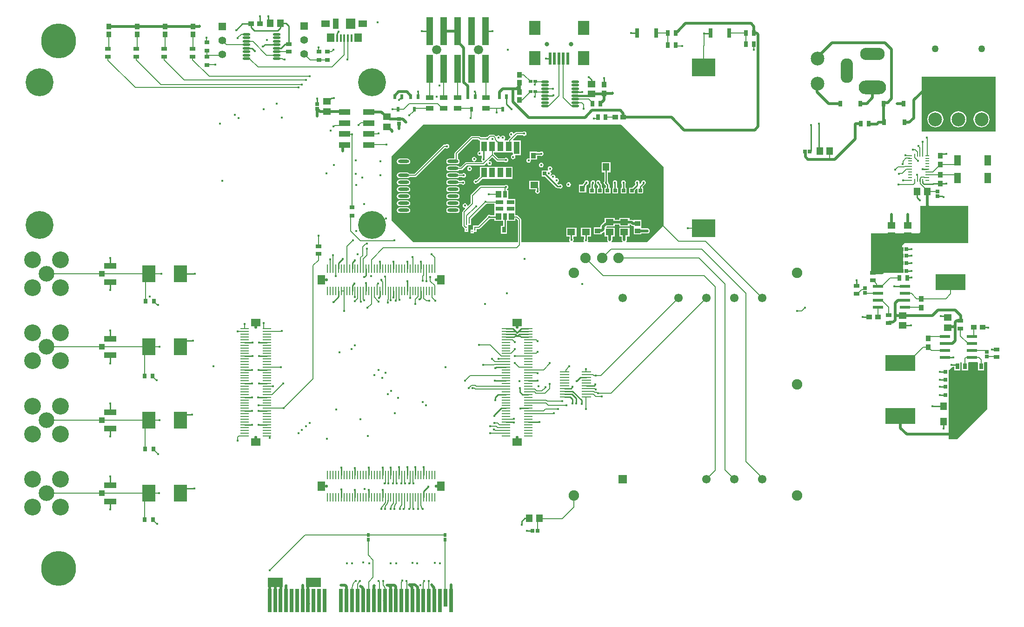
<source format=gtl>
%FSTAX23Y23*%
%MOIN*%
%SFA1B1*%

%IPPOS*%
%ADD13C,0.010000*%
%ADD17C,0.006000*%
%ADD19C,0.008000*%
%ADD21C,0.005000*%
%ADD24C,0.009000*%
%ADD26O,0.078740X0.023620*%
%ADD27R,0.039370X0.074800*%
%ADD28R,0.070870X0.074800*%
%ADD29R,0.055910X0.061020*%
%ADD30R,0.017720X0.054330*%
%ADD31R,0.064960X0.051180*%
%ADD32R,0.078740X0.098430*%
%ADD33R,0.019680X0.090550*%
%ADD34R,0.041340X0.039370*%
%ADD35R,0.086610X0.041340*%
%ADD36R,0.019680X0.035430*%
%ADD37O,0.057090X0.017720*%
%ADD38R,0.077560X0.022440*%
%ADD39R,0.025590X0.041340*%
%ADD40R,0.051180X0.074800*%
%ADD41R,0.039370X0.070870*%
%ADD42R,0.039370X0.090550*%
%ADD43R,0.041340X0.045280*%
%ADD44R,0.027560X0.045280*%
%ADD45R,0.053150X0.027560*%
%ADD46R,0.050000X0.200000*%
%ADD47R,0.057090X0.037400*%
%ADD48R,0.028350X0.039370*%
%ADD49R,0.025590X0.023620*%
%ADD50R,0.028000X0.165000*%
%ADD51R,0.028000X0.126000*%
%ADD52R,0.031500X0.066930*%
%ADD53R,0.070870X0.009840*%
%ADD54R,0.026570X0.009840*%
%ADD55R,0.009840X0.022640*%
%ADD56R,0.027560X0.035430*%
%ADD57R,0.038580X0.034250*%
%ADD58R,0.212600X0.114170*%
%ADD59R,0.165350X0.125980*%
%ADD60R,0.096460X0.124020*%
%ADD61R,0.033470X0.039370*%
%ADD62R,0.057090X0.045280*%
%ADD63R,0.037400X0.039370*%
%ADD64R,0.025200X0.026770*%
%ADD65R,0.010830X0.009840*%
%ADD66R,0.009840X0.010830*%
%ADD67R,0.061020X0.009840*%
%ADD68R,0.066930X0.053150*%
%ADD69R,0.009840X0.061020*%
%ADD70R,0.053150X0.066930*%
%ADD71R,0.045280X0.057090*%
%ADD72R,0.026770X0.025200*%
%ADD73R,0.039370X0.037400*%
%ADD74R,0.039370X0.033470*%
%ADD75R,0.039370X0.028350*%
%ADD76R,0.023620X0.025590*%
%ADD77R,0.082870X0.044090*%
%ADD78R,0.035430X0.027560*%
%ADD143C,0.120000*%
%ADD150C,0.250000*%
%ADD153C,0.020000*%
%ADD154C,0.016000*%
%ADD155R,0.110430X0.066930*%
%ADD156R,0.105320X0.067910*%
%ADD157C,0.031500*%
%ADD158C,0.065980*%
%ADD159C,0.061020*%
%ADD160R,0.061020X0.061020*%
%ADD161C,0.075000*%
%ADD162C,0.098430*%
%ADD163O,0.088580X0.177170*%
%ADD164O,0.177170X0.088580*%
%ADD165O,0.196850X0.098430*%
%ADD166C,0.112000*%
%ADD167C,0.021660*%
%ADD168C,0.055000*%
%ADD169R,0.055000X0.055000*%
%ADD170C,0.050000*%
%ADD171C,0.016000*%
%ADD172C,0.200000*%
%LNgrandmaster-1*%
%LPD*%
G36*
X07001Y035D02*
X0647D01*
Y03893*
X07001*
Y035*
G37*
G36*
X0462Y03246D02*
Y02826D01*
X04502Y02708*
X04355*
X04354Y02709*
X04353Y02713*
X04356Y02718*
X04358Y02725*
Y02749*
X04376*
Y02811*
X04303*
Y02749*
X04321*
Y02725*
X04322Y02718*
X04326Y02713*
X04325Y02709*
X04324Y02708*
X0425*
X04249Y02709*
X04248Y02713*
X04251Y02718*
X04253Y02725*
Y02749*
X04271*
Y02811*
X04212*
X0421Y02816*
X04214Y0282*
X04222*
X04223Y0282*
X04271*
Y02833*
X04303*
Y0282*
X04376*
Y02833*
X04384*
X04388Y02829*
X04394Y02825*
X04401Y02823*
X04404*
X04407Y0282*
Y02817*
Y02812*
Y02764*
X04462*
Y02771*
X04503*
X0451Y02772*
X04516Y02776*
X0452Y02782*
X04522Y02789*
X0452Y02796*
X04516Y02802*
X0451Y02806*
X04503Y02808*
X04465*
X04462Y02811*
Y02815*
Y0282*
Y02867*
X04407*
X04402Y02865*
X04398Y02868*
X04391Y02869*
X04376*
Y02882*
X04303*
Y02869*
X04271*
Y02882*
X04198*
Y02854*
X04193Y02851*
X04174Y02833*
X0417Y02827*
X04169Y0282*
Y02815*
X04122*
Y02764*
X04177*
Y02771*
X04183Y02773*
X04189Y02777*
X04193Y02781*
X04198Y02779*
Y02749*
X04216*
Y02725*
X04217Y02718*
X04221Y02713*
X0422Y02709*
X04219Y02708*
X0408*
X04078Y02713*
X04079Y02715*
X04081Y02722*
X04079Y02728*
X04078Y02731*
Y02749*
X04101*
Y02811*
X04028*
Y02749*
X04051*
Y02731*
X04049Y02728*
X04048Y02722*
X04049Y02715*
X04051Y02713*
X04048Y02708*
X03974*
X03973Y0271*
X03972Y02713*
X03975Y02717*
X03977Y02724*
X03975Y0273*
X03973Y02734*
Y02749*
X03996*
Y02811*
X03923*
Y02749*
X03946*
Y02731*
X03945Y0273*
X03944Y02724*
X03945Y02717*
X03948Y02713*
X03948Y0271*
X03946Y02708*
X036*
Y0287*
X03599Y02874*
X03597Y02878*
X03578Y02897*
X03574Y029*
X03569Y02901*
X03559*
Y02921*
Y02922*
Y02926*
Y02927*
Y02968*
Y0297*
Y02973*
Y02975*
Y02984*
X0356Y02985*
X03559Y02987*
Y03017*
X03509*
X03506Y03021*
Y03022*
Y03082*
X03497*
Y03087*
X03498Y03087*
X03503Y03091*
X03506Y03096*
X03508Y03103*
X03506Y03109*
X03503Y03114*
X03498Y03118*
X03491Y03119*
X03485Y03118*
X0348Y03114*
X03479Y03113*
X0331*
X03305Y03112*
X03301Y0311*
X03242Y0305*
X03239Y03047*
X03238Y03042*
Y02988*
X03218Y02968*
X03216Y02969*
X03214Y0297*
X03212Y02976*
X03209Y02981*
X03204Y02985*
X03197Y02986*
X03191Y02985*
X03186Y02981*
X03182Y02976*
X03181Y0297*
X03182Y02963*
X03186Y02958*
X03191Y02954*
X03197Y02953*
X03198Y02951*
X03199Y02948*
X03183Y02932*
X0318Y02928*
X03179Y02924*
Y02824*
X0318Y0282*
X03183Y02816*
X03191Y02807*
X03195Y02804*
Y02782*
X03222*
Y02831*
X03242*
Y02858*
X03241*
Y02875*
X03346Y0298*
X03351Y0298*
X03354Y02983*
X03409*
Y02975*
Y02973*
Y0297*
Y02968*
Y02927*
Y02926*
Y02922*
Y02921*
Y02901*
X03379*
X03377Y02903*
X0337Y02904*
X03364Y02903*
X03359Y02899*
X03355Y02894*
X03354Y02889*
X03292Y02827*
X03282*
Y02827*
X03255*
Y02798*
X03236*
Y02771*
X03261*
Y02782*
X03282*
Y02802*
X03297*
X03302Y02803*
X03306Y02806*
X03372Y02871*
X03377Y02872*
X03379Y02874*
X03409*
Y02861*
X03471*
Y02824*
X03455*
Y02769*
X03499*
Y02824*
X03498*
Y02861*
X03559*
Y02876*
X03564Y02876*
X03576Y02865*
Y02708*
X02827*
X02672Y02863*
Y03325*
X02898Y03551*
X04315*
X0462Y03246*
G37*
G36*
X06805Y02702D02*
X06352D01*
X06332Y02683*
Y02486*
X06116*
X0611Y02481*
X06106Y02482*
Y02771*
X0645*
X0646Y02781*
Y02968*
X06805*
Y02702*
G37*
G36*
X06942Y01511D02*
X06726Y01295D01*
X06663*
Y0159*
X06664*
Y01631*
X06663*
Y0165*
X06664*
Y01691*
X06663*
Y017*
X06664*
Y01741*
X06663*
Y01755*
X06664*
Y01788*
X06688Y01812*
X06692Y01812*
X06694Y01814*
X06705*
Y01788*
X06749*
Y01843*
X06753Y01846*
X06755*
X06759Y01843*
Y01788*
X06804*
Y01843*
X06808Y01846*
X0687*
X06874Y01843*
Y01788*
X06919*
Y01843*
X06923Y01846*
X06942*
Y01511*
G37*
%LNgrandmaster-2*%
%LPC*%
G36*
X069Y03647D02*
X06885Y03645D01*
X06871Y03639*
X06859Y0363*
X0685Y03618*
X06844Y03604*
X06842Y03589*
X06844Y03574*
X0685Y0356*
X06859Y03548*
X06871Y03539*
X06885Y03533*
X069Y03531*
X06915Y03533*
X06929Y03539*
X06941Y03548*
X0695Y0356*
X06955Y03574*
X06957Y03589*
X06955Y03604*
X0695Y03618*
X06941Y0363*
X06929Y03639*
X06915Y03645*
X069Y03647*
G37*
G36*
X06734D02*
X06719Y03645D01*
X06705Y03639*
X06694Y0363*
X06684Y03618*
X06679Y03604*
X06677Y03589*
X06679Y03574*
X06684Y0356*
X06694Y03548*
X06705Y03539*
X06719Y03533*
X06734Y03531*
X06749Y03533*
X06763Y03539*
X06775Y03548*
X06784Y0356*
X0679Y03574*
X06792Y03589*
X0679Y03604*
X06784Y03618*
X06775Y0363*
X06763Y03639*
X06749Y03645*
X06734Y03647*
G37*
G36*
X06569D02*
X06554Y03645D01*
X0654Y03639*
X06528Y0363*
X06519Y03618*
X06513Y03604*
X06511Y03589*
X06513Y03574*
X06519Y0356*
X06528Y03548*
X0654Y03539*
X06554Y03533*
X06569Y03531*
X06584Y03533*
X06598Y03539*
X0661Y03548*
X06619Y0356*
X06625Y03574*
X06627Y03589*
X06625Y03604*
X06619Y03618*
X0661Y0363*
X06598Y03639*
X06584Y03645*
X06569Y03647*
G37*
G36*
X03622Y03502D02*
X03616Y03501D01*
X03612Y03498*
X03566*
X03562Y03497*
X03558Y03494*
X03549Y03486*
X03544Y03488*
X03541Y03492*
X03536Y03496*
X03529Y03497*
X03523Y03496*
X03518Y03492*
X03514Y03487*
X03513Y03481*
X03514Y03474*
X03518Y03469*
X03522Y03466*
X03524Y03461*
X0351Y03446*
X03507Y03442*
X03506Y03438*
X03483*
X03482Y03439*
X03481Y03444*
X03484Y03449*
X03486Y03456*
X03484Y03462*
X03481Y03467*
X03476Y03471*
X03469Y03472*
X03463Y03471*
X03458Y03467*
X03456Y03464*
X03456Y03464*
X0345Y03465*
X03448Y03468*
X03443Y03472*
X03436Y03473*
X0343Y03472*
X03425Y03468*
X03424Y03468*
X03419Y03467*
X03411Y03475*
X03407Y03478*
X03403Y03479*
X03377*
X03373Y03478*
X03369Y03475*
X03357Y03464*
X03352Y03463*
X03348Y0346*
X03311*
X03306Y03465*
X03302Y03468*
X03297Y03468*
X03247*
X03242Y03468*
X03238Y03465*
X03126Y03353*
X03123Y03349*
X03122Y03344*
Y03307*
X03083*
X03075Y03305*
X03069Y03301*
X03065Y03294*
X03063Y03287*
X03065Y03279*
X03069Y03272*
X03075Y03268*
X03083Y03267*
X03138*
X03146Y03268*
X03153Y03272*
X03157Y03279*
X03158Y03287*
X03157Y03294*
X03153Y03301*
X03147Y03305*
Y03339*
X03252Y03444*
X03292*
X03297Y03439*
X03301Y03436*
X03305Y03435*
Y03362*
X03302Y0336*
X03296Y03359*
X03291Y03355*
X03287Y0335*
X03286Y03344*
X03287Y03337*
X03291Y03332*
X03296Y03328*
X03302Y03327*
X03309Y03328*
X03312Y03331*
X03317Y03329*
Y0331*
X03315Y03307*
X03314Y03301*
X03315Y03294*
X03319Y03289*
X03321Y03287*
X03321Y03287*
X0332Y03282*
X03265*
X03265Y03287*
X03266Y03288*
X03269Y03288*
X03275Y03292*
X03278Y03297*
X0328Y03303*
X03278Y0331*
X03275Y03315*
X03269Y03318*
X03263Y0332*
X03257Y03318*
X03252Y03315*
X03248Y0331*
X03247Y03303*
X03248Y03297*
X03252Y03292*
X03257Y03288*
X0326Y03288*
X03262Y03287*
X03261Y03282*
X03205*
X03201Y03281*
X03197Y03279*
X03167Y03249*
X03154*
X03153Y03251*
X03146Y03255*
X03138Y03257*
X03083*
X03075Y03255*
X03069Y03251*
X03065Y03244*
X03063Y03237*
X03065Y03229*
X03069Y03222*
X03075Y03218*
X03083Y03217*
X03138*
X03146Y03218*
X03153Y03222*
X03154Y03224*
X03172*
X03176Y03225*
X0318Y03228*
X0321Y03258*
X03328*
X03333Y03259*
X03337Y03262*
X03354Y03279*
X03359Y03276*
X03358Y03273*
X03359Y03266*
X03363Y03261*
X03368Y03257*
X03374Y03256*
X03381Y03257*
X03386Y03261*
X03389Y03266*
X03391Y03273*
X03389Y03279*
X03386Y03284*
X03381Y03288*
X03374Y03289*
X03371Y03288*
X03368Y03293*
X03393Y03318*
X03423Y03288*
X03427Y03285*
X03431Y03284*
X03481*
X03485Y03281*
X03491Y0328*
X03498Y03281*
X03503Y03285*
X03506Y0329*
X03508Y03297*
X03506Y03303*
X03503Y03308*
X03498Y03312*
X03491Y03313*
X03485Y03312*
X03481Y03309*
X03436*
X03405Y0334*
Y03351*
X03419*
X03423*
X03477*
X03478*
X03482*
X03483*
X03536*
X03537*
X03541Y03348*
Y03335*
X03536Y03334*
X03531Y0333*
X03527Y03325*
X03526Y03319*
X03527Y03312*
X03531Y03307*
X03536Y03303*
X03542Y03302*
X03549Y03303*
X03554Y03307*
X03557Y03312*
X03559Y03319*
X03557Y03325*
X03556Y03327*
X03559Y03332*
X03597*
Y03438*
X03543*
X03541Y03443*
X03571Y03473*
X03612*
X03616Y0347*
X03622Y03469*
X03629Y0347*
X03634Y03474*
X03637Y03479*
X03639Y03486*
X03637Y03492*
X03634Y03497*
X03629Y03501*
X03622Y03502*
G37*
G36*
X03068Y03411D02*
X03062Y0341D01*
X03057Y03407*
X03048*
X03044Y03406*
X0304Y03404*
X02835Y03199*
X028*
X02798Y03201*
X02792Y03205*
X02784Y03207*
X02729*
X02721Y03205*
X02715Y03201*
X0271Y03194*
X02709Y03187*
X0271Y03179*
X02715Y03172*
X02721Y03168*
X02729Y03167*
X02784*
X02792Y03168*
X02798Y03172*
X028Y03174*
X0284*
X02845Y03175*
X02849Y03178*
X03053Y03383*
X03058*
X03062Y0338*
X03068Y03379*
X03075Y0338*
X0308Y03384*
X03083Y03389*
X03085Y03395*
X03083Y03401*
X0308Y03407*
X03075Y0341*
X03068Y03411*
G37*
G36*
X03744Y03358D02*
X03738Y03357D01*
X03735Y03355*
X03715*
Y03357*
X03662*
Y03312*
X03657Y03308*
X03653Y03309*
X03647Y03308*
X03642Y03304*
X03638Y03299*
X03637Y03293*
X03638Y03286*
X03642Y03281*
X03647Y03277*
X03653Y03276*
X0366Y03277*
X03665Y03281*
X03668Y03286*
X0367Y03293*
X03669Y03296*
X03672Y03301*
X03715*
Y03328*
X03735*
X03738Y03326*
X03744Y03325*
X03751Y03326*
X03756Y0333*
X03759Y03335*
X03761Y03342*
X03759Y03348*
X03756Y03353*
X03751Y03357*
X03744Y03358*
G37*
G36*
X02784Y03307D02*
X02729D01*
X02721Y03305*
X02715Y03301*
X0271Y03294*
X02709Y03287*
X0271Y03279*
X02715Y03272*
X02721Y03268*
X02729Y03267*
X02784*
X02792Y03268*
X02798Y03272*
X02803Y03279*
X02804Y03287*
X02803Y03294*
X02798Y03301*
X02792Y03305*
X02784Y03307*
G37*
G36*
X03482Y03249D02*
X03478D01*
X03477*
X03424*
X03423*
X03419*
X03418*
X03365*
X03364*
X0336*
X03359*
X03305*
Y0318*
X03282Y03156*
X03281Y03156*
X03275Y03158*
X03269Y03156*
X03264Y03153*
X0326Y03147*
X03259Y03141*
X0326Y03135*
X03264Y0313*
X03269Y03126*
X03275Y03125*
X03281Y03126*
X03287Y0313*
X03287Y03131*
X0329Y03131*
X03294Y03134*
X03322Y03162*
X03359*
X0336*
X03364*
X03365*
X03418*
X03419*
X03423*
X03424*
X03477*
X03478*
X03482*
X03483*
X03537*
Y03249*
X03483*
X03482*
G37*
G36*
X03744Y03277D02*
X03738Y03276D01*
X03733Y03272*
X03729Y03267*
X03728Y03261*
X03729Y03254*
X03733Y03249*
X03738Y03245*
X03744Y03244*
X03751Y03245*
X03756Y03249*
X03759Y03254*
X03761Y03261*
X03759Y03267*
X03756Y03272*
X03751Y03276*
X03744Y03277*
G37*
G36*
X0323Y03251D02*
X03224Y0325D01*
X03219Y03246*
X03215Y03241*
X03214Y03235*
X03215Y03228*
X03219Y03223*
X03224Y03219*
X0323Y03218*
X03237Y03219*
X03242Y03223*
X03245Y03228*
X03247Y03235*
X03245Y03241*
X03242Y03246*
X03237Y0325*
X0323Y03251*
G37*
G36*
X03138Y03207D02*
X03083D01*
X03075Y03205*
X03069Y03201*
X03065Y03194*
X03063Y03187*
X03065Y03179*
X03069Y03172*
X03075Y03168*
X03083Y03167*
X03138*
X03146Y03168*
X03153Y03172*
X03154Y03174*
X03178*
X03182Y03171*
X03188Y0317*
X03195Y03171*
X032Y03175*
X03204Y0318*
X03205Y03187*
X03204Y03193*
X032Y03198*
X03195Y03202*
X03188Y03203*
X03182Y03202*
X03178Y03199*
X03154*
X03153Y03201*
X03146Y03205*
X03138Y03207*
G37*
G36*
X04477Y03151D02*
X04471Y0315D01*
X04466Y03146*
X04462Y03141*
X04461Y03135*
X04461Y03133*
X04453Y03124*
X04447Y03126*
X04446Y03128*
X04446Y03128*
X04448Y03135*
X04446Y03141*
X04443Y03146*
X04438Y0315*
X04431Y03151*
X04425Y0315*
X0442Y03146*
X04416Y03141*
X04415Y03135*
X04416Y03128*
X04418Y03126*
Y0312*
X04397Y03099*
X04374*
Y03056*
X04415*
Y03079*
X04429Y03094*
X04434Y03092*
Y03056*
X04475*
Y03099*
X04471*
X04469Y03104*
X04486Y0312*
X04487Y03121*
X04489Y03123*
X04492Y03128*
X04494Y03135*
X04492Y03141*
X04489Y03146*
X04484Y0315*
X04477Y03151*
G37*
G36*
X03138Y03157D02*
X03083D01*
X03075Y03155*
X03069Y03151*
X03065Y03144*
X03063Y03137*
X03065Y03129*
X03069Y03122*
X03075Y03118*
X03083Y03117*
X03138*
X03146Y03118*
X03153Y03122*
X03153Y03123*
X03172*
X03176Y0312*
X03183Y03119*
X03189Y0312*
X03194Y03124*
X03198Y03129*
X03199Y03135*
X03198Y03142*
X03194Y03147*
X03189Y0315*
X03183Y03152*
X03176Y0315*
X03172Y03148*
X03155*
X03153Y03151*
X03146Y03155*
X03138Y03157*
G37*
G36*
X02784D02*
X02729D01*
X02721Y03155*
X02715Y03151*
X0271Y03144*
X02709Y03137*
X0271Y03129*
X02715Y03122*
X02721Y03118*
X02729Y03117*
X02784*
X02792Y03118*
X02798Y03122*
X02803Y03129*
X02804Y03137*
X02803Y03144*
X02798Y03151*
X02792Y03155*
X02784Y03157*
G37*
G36*
X03939Y03137D02*
X03933Y03136D01*
X03928Y03132*
X03924Y03127*
X03923Y03121*
X03924Y03114*
X03928Y03109*
X03933Y03105*
X03939Y03104*
X03946Y03105*
X03951Y03109*
X03954Y03114*
X03956Y03121*
X03954Y03127*
X03951Y03132*
X03946Y03136*
X03939Y03137*
G37*
G36*
X03806Y03251D02*
X038Y0325D01*
X03795Y03246*
X03791Y03241*
X0379Y03235*
X03791Y03228*
X03793Y03226*
X03789Y03222*
X03787*
X03749*
Y03179*
X03772*
X03852Y03099*
X03856Y03096*
X03861Y03095*
X03871*
X03874Y03093*
X0388Y03092*
X03887Y03093*
X03892Y03097*
X03895Y03102*
X03897Y03109*
X03895Y03115*
X03892Y0312*
X03887Y03124*
X0388Y03125*
X03874Y03124*
X03871Y03122*
X03867*
X03858Y03131*
X0386Y03135*
X03861Y03135*
X03866Y03139*
X03869Y03144*
X03871Y03151*
X03869Y03157*
X03866Y03162*
X03861Y03166*
X03854Y03167*
X03848Y03166*
X03848Y03165*
X03844Y03169*
X03844Y03169*
X03846Y03176*
X03844Y03182*
X03841Y03187*
X03836Y03191*
X03829Y03192*
X03823Y03191*
X03818Y03187*
X03816Y03184*
X0381Y03183*
X0381Y03183*
X0381Y03188*
X03811Y03189*
X03814Y03194*
X03816Y03201*
X03814Y03207*
X03811Y03212*
X03809Y03214*
X0381Y03219*
X03813Y03219*
X03818Y03223*
X03821Y03228*
X03823Y03235*
X03821Y03241*
X03818Y03246*
X03813Y0325*
X03806Y03251*
G37*
G36*
X03138Y03107D02*
X03083D01*
X03075Y03105*
X03069Y03101*
X03065Y03094*
X03063Y03087*
X03065Y03079*
X03069Y03072*
X03075Y03068*
X03083Y03067*
X03138*
X03146Y03068*
X03153Y03072*
X03157Y03079*
X03158Y03087*
X03157Y03094*
X03153Y03101*
X03146Y03105*
X03138Y03107*
G37*
G36*
X02784D02*
X02729D01*
X02721Y03105*
X02715Y03101*
X0271Y03094*
X02709Y03087*
X0271Y03079*
X02715Y03072*
X02721Y03068*
X02729Y03067*
X02784*
X02792Y03068*
X02798Y03072*
X02803Y03079*
X02804Y03087*
X02803Y03094*
X02798Y03101*
X02792Y03105*
X02784Y03107*
G37*
G36*
X04068Y03151D02*
X04062Y0315D01*
X04057Y03146*
X04053Y03141*
X04053Y03138*
X04043Y03128*
X0404Y03124*
X04039Y0312*
X04013*
Y03064*
X04066*
Y03114*
X04071Y03119*
X04075Y03119*
X0408Y03123*
X04083Y03128*
X04085Y03135*
X04083Y03141*
X0408Y03146*
X04075Y0315*
X04068Y03151*
G37*
G36*
X04333D02*
X04327Y0315D01*
X04322Y03146*
X04318Y03141*
X04317Y03135*
X04318Y03128*
X04321Y03124*
Y03099*
X04314*
Y03056*
X04355*
Y03099*
X04348*
Y03127*
X04348Y03128*
X0435Y03135*
X04348Y03141*
X04345Y03146*
X0434Y0315*
X04333Y03151*
G37*
G36*
X04272D02*
X04266Y0315D01*
X04261Y03146*
X04257Y03141*
X04256Y03135*
X04257Y03128*
X04259Y03126*
Y03099*
X04254*
Y03056*
X04295*
Y03099*
X04286*
Y03126*
X04287Y03128*
X04289Y03135*
X04287Y03141*
X04284Y03146*
X04279Y0315*
X04272Y03151*
G37*
G36*
X0424Y03282D02*
X04178D01*
Y03209*
X04196*
Y03144*
X04193Y03141*
X04192Y03135*
X04193Y03128*
X04197Y03123*
X04199Y03121*
X042Y0312*
X04206Y03114*
Y03099*
X04199*
Y03056*
X0424*
Y03099*
X04233*
Y0312*
X04232Y03125*
X04229Y03129*
X04224Y03133*
X04225Y03135*
X04223Y03141*
X04222Y03143*
Y03209*
X0424*
Y03282*
G37*
G36*
X04152Y03151D02*
X04146Y0315D01*
X04141Y03146*
X04137Y03141*
X04136Y03135*
X04137Y03128*
X04141Y03123*
X04141Y03123*
X04141Y03122*
X04144Y03118*
X04151Y03111*
Y03099*
X04144*
Y03056*
X04185*
Y03099*
X04178*
Y03117*
X04177Y03122*
X04174Y03126*
X04168Y03132*
X04169Y03135*
X04167Y03141*
X04164Y03146*
X04159Y0315*
X04152Y03151*
G37*
G36*
X04114D02*
X04108Y0315D01*
X04103Y03146*
X04099Y03141*
X04098Y03135*
X04098Y03133*
X04097Y03131*
X04096Y03126*
Y03099*
X04089*
Y03056*
X0413*
Y03099*
X04123*
Y0312*
X04124Y03121*
X04126Y03123*
X04129Y03128*
X04131Y03135*
X04129Y03141*
X04126Y03146*
X04121Y0315*
X04114Y03151*
G37*
G36*
X0373Y03148D02*
X03657D01*
Y03086*
X03704*
Y03081*
X03702Y03078*
X03701Y03072*
X03702Y03065*
X03706Y0306*
X03711Y03056*
X03717Y03055*
X03724Y03056*
X03729Y0306*
X03732Y03065*
X03734Y03072*
X03732Y03078*
X03731Y03081*
Y03093*
X0373Y03095*
Y03099*
X0373Y03101*
Y03148*
G37*
G36*
X03138Y03057D02*
X03083D01*
X03075Y03055*
X03069Y03051*
X03065Y03044*
X03063Y03037*
X03065Y03029*
X03069Y03022*
X03075Y03018*
X03083Y03017*
X03138*
X03146Y03018*
X03153Y03022*
X03157Y03029*
X03158Y03037*
X03157Y03044*
X03153Y03051*
X03146Y03055*
X03138Y03057*
G37*
G36*
X02784D02*
X02729D01*
X02721Y03055*
X02715Y03051*
X0271Y03044*
X02709Y03037*
X0271Y03029*
X02715Y03022*
X02721Y03018*
X02729Y03017*
X02784*
X02792Y03018*
X02798Y03022*
X02803Y03029*
X02804Y03037*
X02803Y03044*
X02798Y03051*
X02792Y03055*
X02784Y03057*
G37*
G36*
X03138Y03007D02*
X03083D01*
X03075Y03005*
X03069Y03001*
X03065Y02994*
X03063Y02987*
X03065Y02979*
X03069Y02972*
X03075Y02968*
X03083Y02967*
X03138*
X03146Y02968*
X03153Y02972*
X03157Y02979*
X03158Y02987*
X03157Y02994*
X03153Y03001*
X03146Y03005*
X03138Y03007*
G37*
G36*
X02784D02*
X02729D01*
X02721Y03005*
X02715Y03001*
X0271Y02994*
X02709Y02987*
X0271Y02979*
X02715Y02972*
X02721Y02968*
X02729Y02967*
X02784*
X02792Y02968*
X02798Y02972*
X02803Y02979*
X02804Y02987*
X02803Y02994*
X02798Y03001*
X02792Y03005*
X02784Y03007*
G37*
G36*
X03138Y02957D02*
X03083D01*
X03075Y02955*
X03069Y02951*
X03065Y02944*
X03063Y02937*
X03065Y02929*
X03069Y02922*
X03075Y02918*
X03083Y02917*
X03138*
X03146Y02918*
X03153Y02922*
X03157Y02929*
X03158Y02937*
X03157Y02944*
X03153Y02951*
X03146Y02955*
X03138Y02957*
G37*
G36*
X02784D02*
X02729D01*
X02721Y02955*
X02715Y02951*
X0271Y02944*
X02709Y02937*
X0271Y02929*
X02715Y02922*
X02721Y02918*
X02729Y02917*
X02784*
X02792Y02918*
X02798Y02922*
X02803Y02929*
X02804Y02937*
X02803Y02944*
X02798Y02951*
X02792Y02955*
X02784Y02957*
G37*
%LNgrandmaster-3*%
%LPD*%
G54D13*
X02606Y00931D02*
X02608Y00934D01*
X02606Y00878D02*
Y00931D01*
X02409Y01038D02*
Y01088D01*
X02724Y01093D02*
X02724Y0109D01*
Y01038D02*
Y0109D01*
X02783Y01038D02*
Y01091D01*
X02784Y01094*
X02842Y01095D02*
X02842Y01095D01*
Y01038D02*
Y01095D01*
X02311Y00933D02*
X02311Y00934D01*
X02783Y02358D02*
Y02429D01*
X03463Y01713D02*
X03491D01*
X02475Y02456D02*
X02488Y02468D01*
X03556Y02047D02*
X03571Y02033D01*
X02586Y02317D02*
Y02358D01*
X02881Y02566D02*
X02882Y02565D01*
X03571Y02033D02*
X03594D01*
X01721Y01988D02*
X01776D01*
X02291Y02518D02*
X02291Y02518D01*
X02291Y02316D02*
Y02358D01*
X01718Y01497D02*
X01719Y01496D01*
X03571Y02033D02*
X03586Y02047D01*
X03596Y01514D02*
X03598Y01516D01*
X02488Y02412D02*
X02488Y02413D01*
X02291Y02556D02*
X02321Y02586D01*
X03409Y01465D02*
Y01468D01*
X01722Y01693D02*
X01776D01*
X02685Y02311D02*
Y02358D01*
X03457Y01516D02*
X03492D01*
X02901Y01095D02*
X02901Y01094D01*
X0239Y0256D02*
X02408Y02579D01*
X03594Y02033D02*
X03599Y02028D01*
X02586Y02518D02*
Y02568D01*
X02882Y02518D02*
Y02565D01*
X01645Y01497D02*
X01671D01*
X02488Y02468D02*
Y02518D01*
X03492Y02087D02*
X03542D01*
X02783Y02518D02*
Y02568D01*
X03414Y01805D02*
X03421Y01811D01*
X02488Y02358D02*
Y02412D01*
X02311Y0109D02*
X02312Y01091D01*
X02606Y0109D02*
X02606Y01091D01*
X03409Y01468D02*
X03448Y01506D01*
X02508Y01089D02*
X02508Y0109D01*
X01671Y01398D02*
X01671Y01399D01*
X02901Y00921D02*
X02933Y00953D01*
X03601Y02087D02*
X03651D01*
Y01418D02*
X03732D01*
X01717Y01398D02*
X01776D01*
X03718Y01713D02*
X03718Y01713D01*
X01722Y0189D02*
X01776D01*
X0167Y01693D02*
X0167Y01694D01*
X02311Y00878D02*
Y00933D01*
X03571Y02058D02*
X03581Y02067D01*
X0359Y01634D02*
Y01662D01*
X03491Y01713D02*
X03492Y01713D01*
X02408Y02579D02*
X02409D01*
X02685Y02518D02*
Y02567D01*
X03599Y02028D02*
X03651D01*
X03609Y01614D02*
X03651D01*
X01617Y01988D02*
X01674D01*
X02409Y00878D02*
Y00932D01*
X02882Y02307D02*
Y02358D01*
X03463Y01713D02*
X03463Y01713D01*
X0239Y02358D02*
Y02397D01*
X02253Y02279D02*
X02291Y02316D01*
X03581Y02067D02*
X03601Y02087D01*
X03594Y01514D02*
X03596D01*
X01675Y0189D02*
X01675Y01891D01*
X02665Y01038D02*
Y01091D01*
X03406Y01462D02*
X03409Y01465D01*
X01715Y01595D02*
X01776D01*
X01721Y01989D02*
X01721Y01988D01*
X03413Y01573D02*
Y01593D01*
X01721Y0189D02*
X01722Y0189D01*
X02508Y01038D02*
Y01089D01*
X0239Y02397D02*
X02404Y02412D01*
X01617Y01398D02*
X01671D01*
X02901Y00878D02*
Y00921D01*
X03581Y02067D02*
X03651D01*
X01617Y0189D02*
X01675D01*
X02665Y01091D02*
X02665Y01092D01*
X03651Y01713D02*
X03718D01*
X03406Y01461D02*
Y01462D01*
X02508Y00878D02*
Y00931D01*
X02311Y01038D02*
Y0109D01*
X02606Y01038D02*
Y0109D01*
X03448Y01506D02*
Y01507D01*
X01718Y01792D02*
X01718Y01792D01*
X03548Y01413D02*
X03549D01*
X01645Y01496D02*
X01645Y01497D01*
X01617Y01792D02*
X01671D01*
X03492Y02067D02*
X03562D01*
X01617Y01693D02*
X0167D01*
X02581Y02312D02*
X02586Y02317D01*
X03562Y02067D02*
X03571Y02058D01*
X0359Y01634D02*
X03609Y01614D01*
X01674Y01988D02*
X01674Y01989D01*
X02871Y02297D02*
X02882Y02307D01*
X02685Y02567D02*
X02685Y02568D01*
X0341Y01713D02*
X03463D01*
X03421Y01811D02*
X03492D01*
X02901Y01038D02*
Y01094D01*
X02291Y02518D02*
Y02556D01*
X0239Y02518D02*
Y0256D01*
X03492Y02028D02*
X0355D01*
X01719Y01496D02*
X01776D01*
X03586Y02047D02*
X03651D01*
X03598Y01516D02*
X03651D01*
X01617Y01595D02*
X0167D01*
X03492Y02047D02*
X03556D01*
X01714Y01595D02*
X01715Y01595D01*
X02586Y02569D02*
X02586Y02568D01*
X03413Y01593D02*
X03435Y01614D01*
X01721Y01694D02*
X01722Y01693D01*
X02685Y02311D02*
X02685Y02311D01*
X03448Y01507D02*
X03457Y01516D01*
X03435Y01614D02*
X03492D01*
X0167Y01595D02*
X0167Y01595D01*
X0355Y02028D02*
X03554Y02033D01*
X01718Y01792D02*
X01776D01*
X03543Y01418D02*
X03548Y01413D01*
X01617Y01496D02*
X01645D01*
X01617Y01792D02*
X01617Y01792D01*
X03542Y02087D02*
X03562Y02067D01*
X01617Y01496D02*
X01617Y01496D01*
X03554Y02033D02*
X03571D01*
X01716Y01399D02*
X01717Y01398D01*
X03492Y01418D02*
X03543D01*
X0333Y03301D02*
Y03392D01*
X03333Y03395*
X01726Y04329D02*
X01727Y04328D01*
Y04273D02*
Y04328D01*
X01788Y04289D02*
Y04329D01*
X01933Y04257D02*
D01*
X01873Y04281D02*
X0189Y04299D01*
X01873Y0427D02*
Y04281D01*
X01933Y04129D02*
Y04257D01*
X04476Y03129D02*
Y03133D01*
X04477Y03135*
X04454Y03108D02*
X04476Y03129D01*
X04064Y02722D02*
Y0278D01*
X06628Y01372D02*
X06629Y01372D01*
Y01421*
X07011Y01939D02*
X07015Y01943D01*
X06974Y01939D02*
X07011D01*
X03911Y01639D02*
X03911Y01639D01*
X03957Y01659D02*
X03968Y01671D01*
X04033Y01547D02*
X04034Y01546D01*
X03925Y01599D02*
X03951D01*
X03925Y01599D02*
X03925Y01599D01*
X03911Y01599D02*
X03925D01*
X03969Y01552D02*
Y01581D01*
X03911Y01619D02*
X03911Y01619D01*
X03964D02*
X03994Y01589D01*
X0413Y01686D02*
X04131D01*
X04068Y01679D02*
X04123D01*
X04033Y01547D02*
Y01575D01*
X03996Y01711D02*
X04025Y01739D01*
X03994Y01551D02*
Y01589D01*
X04025Y01739D02*
X04068D01*
X03911Y01619D02*
X03964D01*
X03911Y01639D02*
X03969D01*
X04033Y01575*
X04123Y01679D02*
X0413Y01686D01*
X03911Y01659D02*
X03957D01*
X03951Y01599D02*
X03969Y01581D01*
X03959Y02725D02*
X0396Y02724D01*
X03959Y02725D02*
Y0278D01*
X03625Y00726D02*
X03659D01*
X03603Y00704D02*
X03625Y00726D01*
X03603Y00682D02*
Y00704D01*
X06439Y03026D02*
Y03071D01*
Y03026D02*
X06456Y03009D01*
X06619Y03039D02*
X06626Y03032D01*
X06584Y03039D02*
X06619D01*
X01908Y04129D02*
X01933D01*
X01878Y04099D02*
X01908Y04129D01*
X01846Y04099D02*
X01878D01*
X01914Y04276D02*
X01933Y04257D01*
X01879Y04276D02*
X01914D01*
X01873Y04244D02*
Y0427D01*
X01853Y04225D02*
X01873Y04244D01*
X01687Y04225D02*
X01853D01*
X01664Y04248D02*
X01687Y04225D01*
X01664Y04248D02*
Y04273D01*
X03477Y02797D02*
X03484Y02804D01*
Y02892*
X01788Y04289D02*
X01802Y04276D01*
X03772Y03758D02*
X03825D01*
X03829Y03762*
X0383*
X03344Y04221D02*
X03394D01*
X03395Y04222*
X04272Y03079D02*
X04274Y03077D01*
X04272Y03079D02*
Y03135D01*
X02139Y03697D02*
Y03738D01*
X04209Y03135D02*
Y03246D01*
X04208Y03135D02*
X04209Y03135D01*
X04209Y03129D02*
X04219Y0312D01*
X04209Y03129D02*
Y03133D01*
X04208Y03135D02*
X04209Y03133D01*
X04219Y03077D02*
Y0312D01*
X04164Y03077D02*
Y03117D01*
X04153Y03127D02*
X04164Y03117D01*
X04153Y03127D02*
Y03133D01*
X04152Y03135D02*
X04153Y03133D01*
X01157Y01956D02*
Y01956D01*
X012Y02*
X01248*
X04039Y03092D02*
X04052Y03105D01*
Y03119*
X04068Y03135*
X01631Y04099D02*
X01671D01*
X01691Y04079*
X03642Y00636D02*
X03682D01*
X03987Y03783D02*
X04039D01*
X04039Y03784*
X06477Y03231D02*
X06511D01*
X06476Y03231D02*
X06477Y03231D01*
X04334Y03077D02*
Y03134D01*
X04333Y03135D02*
X04334Y03134D01*
X04454Y03077D02*
Y03108D01*
X01873Y0427D02*
Y04276D01*
X01601Y04273D02*
X01664D01*
X01557Y04229D02*
X01601Y04273D01*
X01157Y02481D02*
X0126D01*
X01261Y02482*
X04109Y03077D02*
Y03126D01*
X04113Y03129*
Y03133*
X04114Y03135*
X06604Y03327D02*
X06618Y03341D01*
X06648*
X02888Y04221D02*
X02944D01*
X02888Y04221D02*
X02888Y04221D01*
X03434Y02888D02*
X03438Y02892D01*
X0337Y02888D02*
X03434D01*
X02233Y03734D02*
Y03735D01*
X02239Y03741*
X02209Y03716D02*
X02215D01*
X02233Y03734*
X02239Y03741D02*
X02258D01*
X01764Y04124D02*
X01846D01*
X01749Y0411D02*
X01764Y04124D01*
X02281Y0417D02*
Y04207D01*
X0229Y04217*
X03769Y032D02*
Y03201D01*
Y032D02*
X03777Y03192D01*
X03778*
X03861Y03109*
X0388*
X03688Y03329D02*
X03701Y03342D01*
X03744*
X03693Y03117D02*
X03699D01*
X03717Y03099*
Y03094D02*
Y03099D01*
Y03094D02*
X03717Y03093D01*
Y03072D02*
Y03093D01*
X05733Y03361D02*
Y03556D01*
X05676Y03362D02*
Y03545D01*
X05676Y03546*
X03659Y00723D02*
Y00726D01*
X06548Y01531D02*
X06629D01*
X06603Y01611D02*
X06642D01*
X06602Y01612D02*
X06603Y01611D01*
Y01671D02*
X06642D01*
X06602Y01672D02*
X06603Y01671D01*
Y01721D02*
X06642D01*
X06602Y01722D02*
X06603Y01721D01*
X06602Y01776D02*
X06642D01*
X06601Y01777D02*
X06602Y01776D01*
X06727Y01816D02*
Y01818D01*
X06718Y01828D02*
X06727Y01818D01*
X06685Y01828D02*
X06718D01*
X06637Y01881D02*
X06699D01*
X07009Y01938D02*
X0701Y01939D01*
X06906Y02096D02*
X06948D01*
X06949Y02095*
X0665Y02176D02*
X06659Y02166D01*
X06607Y02176D02*
X0665D01*
X06334Y0211D02*
X06395D01*
X06395Y02111*
X06048Y02171D02*
X06093D01*
X06004Y02393D02*
Y02434D01*
X06274Y02391D02*
X06352D01*
X06367Y02451D02*
X06369Y02453D01*
X06398*
X06361Y02501D02*
X06397D01*
X06361Y02556D02*
X06396D01*
X06361Y02611D02*
X06396D01*
X06397Y0261*
X06361Y02656D02*
X06397D01*
X06398Y02657*
X04954Y04203D02*
X04957Y04206D01*
X0491Y04203D02*
X04954D01*
X04387Y04206D02*
X04432D01*
X03778Y04023D02*
X03779Y04023D01*
X03777Y04023D02*
X03778D01*
X03779Y04023D02*
X03808D01*
X04104Y03841D02*
X04104Y03841D01*
X04104Y03841D02*
Y03873D01*
X04085Y03892D02*
X04104Y03873D01*
X04194Y03837D02*
Y03884D01*
X04394Y03077D02*
Y03078D01*
X04402Y03086*
X04403*
X04431Y03114*
Y03135*
X0286Y0375D02*
Y03784D01*
X0286Y03785*
X02745Y03742D02*
Y0375D01*
X0274Y03737D02*
X02745Y03742D01*
X02732Y03737D02*
X0274D01*
X02724Y03729D02*
X02732Y03737D01*
X02724Y03729D02*
Y03729D01*
X03495Y03697D02*
X03531Y03661D01*
Y0366D02*
Y03661D01*
X03495Y03697D02*
Y0375D01*
X0327D02*
Y03784D01*
X03269Y03785D02*
X0327Y03784D01*
X01157Y01431D02*
X01198Y01472D01*
X01242*
X01157Y00906D02*
X01193Y00942D01*
X01256*
X00654Y0079D02*
Y00847D01*
Y00964D02*
Y01027D01*
X00655Y01028*
X00654Y01314D02*
Y01372D01*
Y01489D02*
Y0155D01*
X00653Y01551D02*
X00654Y0155D01*
Y01839D02*
Y01897D01*
Y02014D02*
Y02073D01*
Y02365D02*
Y02422D01*
Y02539D02*
Y02593D01*
X00653Y02593D02*
X00654Y02593D01*
G54D17*
X01776Y02028D02*
X01776Y02028D01*
X01776Y02008D02*
X01776Y02008D01*
X03491Y01397D02*
X03492Y01398D01*
X03407Y01411D02*
X03431D01*
X03444Y01398*
X03492*
G54D19*
X02684Y02716D02*
D01*
X02685Y02716*
X02685Y02716*
X02686Y02716*
X02686Y02716*
X02687Y02717*
X02687Y02717*
X02688Y02717*
X02688Y02717*
X02689Y02718*
X02689Y02718*
X0269Y02718*
X0269Y02718*
X02449D02*
D01*
X02449Y02718*
X0245Y02718*
X0245Y02717*
X02451Y02717*
X02451Y02717*
X02452Y02717*
X02452Y02716*
X02453Y02716*
X02453Y02716*
X02454Y02716*
X02454Y02716*
X02455Y02716*
X02928Y00161D02*
D01*
X02929Y00159*
X02929Y00157*
X02929Y00154*
X0293Y00152*
X02931Y0015*
X02931Y00148*
X02932Y00145*
X02934Y00143*
X02935Y00141*
X02936Y00139*
X02938Y00138*
X02938Y00137*
X02378Y02789D02*
X02449Y02718D01*
X0269D02*
X02692Y02721D01*
X02455Y02716D02*
X02684D01*
X02494Y02614D02*
Y02661D01*
X03055Y00159D02*
Y00573D01*
Y00159D02*
X03057Y00157D01*
X02505Y00137D02*
X02507Y00139D01*
Y00271*
X02539Y00303D02*
Y00429D01*
X02507Y00271D02*
X02539Y00303D01*
X02503Y00464D02*
X02539Y00429D01*
X02503Y00464D02*
Y00573D01*
X0205Y00607D02*
X02503D01*
X01797Y00355D02*
X0205Y00607D01*
X02503D02*
X03055D01*
X03588Y02686D02*
Y0287D01*
X03534Y02888D02*
X03569D01*
X03588Y0287*
X03531Y02892D02*
X03534Y02888D01*
X03278Y01673D02*
X03492D01*
X03244Y01681D02*
X03271D01*
X03278Y01673*
X03252Y01661D02*
X03265D01*
X03272Y01654D02*
X03492D01*
X03265Y01661D02*
X03272Y01654D01*
X04133Y01751D02*
X04134Y01751D01*
X04121Y01751D02*
X04133D01*
X04068Y01759D02*
X04113D01*
X04121Y01751*
X04171Y01751D02*
X04727Y02307D01*
X04134Y01751D02*
X04171D01*
X04243Y01623D02*
X04927Y02307D01*
X0415Y01623D02*
X04243D01*
X05061Y01074D02*
Y02407D01*
Y01074D02*
X05127Y01007D01*
X05211Y01133D02*
Y0234D01*
X05327Y01007D02*
Y01017D01*
X05211Y01133D02*
X05327Y01017D01*
X04873Y02595D02*
X05061Y02407D01*
X04893Y02658D02*
X05211Y0234D01*
X0492Y02714D02*
X05327Y02307D01*
X04729Y02714D02*
X0492D01*
X02449Y02285D02*
Y02358D01*
Y02597D02*
X02463Y02612D01*
X02311Y02358D02*
X02331D01*
X01754Y02088D02*
X01755Y02087D01*
X03329Y01826D02*
X03405D01*
X02665Y02291D02*
Y02358D01*
X03492Y02008D02*
X03537D01*
X02894Y02465D02*
X02901Y02472D01*
X0292Y02517D02*
X02921Y02518D01*
X02841Y02299D02*
X02862Y02319D01*
X02499Y02236D02*
X02527Y02264D01*
X02429Y02303D02*
Y02322D01*
X02468Y02518D02*
Y02588D01*
X03491Y0185D02*
X03492Y01851D01*
X03378Y01971D02*
X03459Y0189D01*
X01567Y01285D02*
Y0131D01*
X03651Y01477D02*
X03652Y01478D01*
X03773Y01665D02*
Y01666D01*
X03409Y01363D02*
X03413Y01359D01*
X01776Y01516D02*
X01897D01*
X01719Y01536D02*
X01776D01*
X0298Y02518D02*
Y02599D01*
X03234Y01752D02*
X03492D01*
X0376Y01792D02*
X03804Y01836D01*
X02645Y02299D02*
X02646Y02299D01*
X02449Y02285D02*
X0245Y02284D01*
X02821Y02601D02*
X02823Y02599D01*
X03555Y0189D02*
X03651D01*
X02429Y02322D02*
X02429Y02322D01*
X02803Y02307D02*
Y02358D01*
X02645Y02274D02*
Y02299D01*
X02624Y02461D02*
X02626Y02459D01*
X0298Y02358D02*
Y02396D01*
X02862Y02319D02*
Y02358D01*
X02624Y02461D02*
X02625Y02461D01*
X02527Y02264D02*
Y02358D01*
X03412Y0185D02*
X03491D01*
X02646Y02299D02*
Y02358D01*
X01797Y01319D02*
X01798Y01318D01*
X02547Y02313D02*
Y02358D01*
X01617Y02087D02*
Y02118D01*
X03775Y01511D02*
X03864D01*
X03554Y01841D02*
X03584Y01811D01*
X03651Y01634D02*
X03696D01*
X03804Y01836D02*
Y0184D01*
X02429Y02322D02*
Y02358D01*
X02409Y02283D02*
X02429Y02303D01*
X02272Y02463D02*
Y02518D01*
X03699Y01654D02*
X03712Y01641D01*
X02449Y02518D02*
Y02597D01*
X01815Y01614D02*
X01893Y01693D01*
X03788Y01566D02*
X03894D01*
X03381Y01387D02*
X03422D01*
X02724Y02297D02*
X02726Y02295D01*
X01776Y01811D02*
X01879D01*
X01719Y01536D02*
X01719Y01536D01*
X02958Y02621D02*
X0298Y02599D01*
X03651Y02008D02*
X03707D01*
X03651Y0189D02*
X03651Y0189D01*
X02331Y02215D02*
Y02358D01*
X01776Y02067D02*
X01881D01*
X03405Y01826D02*
X03411Y01831D01*
X03459Y0189D02*
X03492D01*
X03422Y01387D02*
X03431Y01378D01*
X02961Y02311D02*
X02985Y02287D01*
X0235Y02676D02*
X02394Y0272D01*
X0235Y02518D02*
Y02676D01*
X03652Y01478D02*
X03831D01*
X03749Y01641D02*
X03773Y01665D01*
X0292Y02428D02*
X0292Y02428D01*
X01776Y01674D02*
X01822D01*
X01755Y02087D02*
X01776D01*
X02468Y02299D02*
Y02358D01*
X01617Y02118D02*
X01619Y02121D01*
X03528Y0191D02*
X03554Y01936D01*
X02702Y02293D02*
Y02295D01*
X03651Y0191D02*
X03708D01*
X03705Y01625D02*
X0377D01*
X03776Y01555D02*
X03795Y01536D01*
X03491Y0187D02*
X03492Y0187D01*
X02841Y02263D02*
Y02299D01*
X02702Y02295D02*
X02705Y02298D01*
X02409Y02314D02*
Y02358D01*
X01776Y01319D02*
X01797D01*
X03584Y01811D02*
X03651D01*
X03708Y0191D02*
X03719Y01921D01*
X03696Y01634D02*
X03705Y01625D01*
X03651Y01555D02*
X03776D01*
X03431Y01378D02*
X03492D01*
X02901Y02304D02*
X0292Y02286D01*
X02429Y02358D02*
X02429Y02358D01*
X02252Y02518D02*
Y02613D01*
X03712Y01641D02*
X03749D01*
X02547Y02313D02*
X02579Y02281D01*
X01776Y01614D02*
X01815D01*
X03651Y01575D02*
X03779D01*
X03197Y01714D02*
Y01715D01*
X03439Y0187D02*
X03491D01*
X03298Y01971D02*
X03378D01*
X0292Y02286D02*
X02942D01*
X02599Y02431D02*
Y02436D01*
X02468Y02588D02*
X02494Y02614D01*
X02894Y02431D02*
Y02465D01*
X02803Y02358D02*
X02803Y02358D01*
X02493Y02694D02*
X02494Y02696D01*
X01798Y01304D02*
Y01318D01*
X02948Y02428D02*
X0298Y02396D01*
X03492Y01438D02*
X03547D01*
X03715Y01772D02*
X03719Y01767D01*
X02901Y02304D02*
Y02358D01*
X02484Y02694D02*
X02493D01*
X01879Y01811D02*
X01882Y01809D01*
X01881Y02067D02*
X01884Y02071D01*
X03707Y02008D02*
X03719Y01996D01*
X02726Y02293D02*
Y02295D01*
X0233Y02215D02*
X02331Y02215D01*
X03392Y01871D02*
X03412Y0185D01*
X02823Y02518D02*
Y02599D01*
X01776Y01536D02*
X01776Y01536D01*
X01568Y02067D02*
X01617D01*
X03554Y01891D02*
X03555Y0189D01*
X03379Y01386D02*
X03381Y01387D01*
X02463Y02612D02*
Y02674D01*
X0292Y02428D02*
Y02517D01*
X01577Y01319D02*
X01617D01*
X03831Y01478D02*
X03834Y01481D01*
X03537Y02008D02*
X03554Y01991D01*
X03411Y01831D02*
X03492D01*
X02705Y0232D02*
Y02358D01*
X02901Y02472D02*
Y02518D01*
X02948Y02428D02*
Y02456D01*
X03761Y01496D02*
X03775Y01511D01*
X03492Y0191D02*
X03528D01*
X03804Y01659D02*
Y0169D01*
X02705Y0232D02*
X02705Y02319D01*
X02724Y02297D02*
Y02358D01*
X02475Y02291D02*
Y02292D01*
X0377Y01625D02*
X03804Y01659D01*
X03795Y01536D02*
X03924D01*
X03197Y01715D02*
X03234Y01752D01*
X03651Y01792D02*
X0376D01*
X03383Y01339D02*
X03492D01*
X02705Y02298D02*
Y02319D01*
X02468Y02299D02*
X02475Y02292D01*
X01754Y02088D02*
Y02126D01*
X03651Y01496D02*
X03761D01*
X03803Y01691D02*
X03804Y0169D01*
X03924Y01536D02*
D01*
X03404Y01363D02*
X03409D01*
X03379Y01336D02*
X03383Y01339D01*
X02961Y02311D02*
Y02358D01*
X02409Y02314D02*
X02409Y02314D01*
X02665Y02291D02*
X02665Y02291D01*
X02599Y02431D02*
X02606Y02424D01*
X02567Y02358D02*
Y02403D01*
X0245Y02282D02*
Y02284D01*
X03492Y01437D02*
X03492Y01438D01*
X03719Y01766D02*
Y01767D01*
X03413Y01359D02*
X03492D01*
X02606Y02358D02*
Y02424D01*
X02626Y02358D02*
Y02459D01*
X02567Y02403D02*
X02575Y02412D01*
X02463Y02674D02*
X02484Y02694D01*
X01567Y0131D02*
X01577Y01319D01*
X03779Y01575D02*
X03788Y01566D01*
X03651Y01654D02*
X03699D01*
X03651Y01772D02*
X03715D01*
X03547Y01438D02*
X03549Y01441D01*
X03224Y01661D02*
X03244Y01681D01*
X05577Y02214D02*
X05612D01*
X05634Y02236*
X04204Y03603D02*
X04275D01*
X03537Y02996D02*
X03547Y02985D01*
X03393Y03335D02*
X03431Y03297D01*
X03393Y03335D02*
Y03393D01*
Y03333D02*
Y03335D01*
X03392Y03395D02*
X03393Y03393D01*
X03328Y0327D02*
X0339Y03332D01*
X03431Y03297D02*
X03491D01*
X03205Y0327D02*
X03328D01*
X03425Y03666D02*
X03464D01*
X03349D02*
X03425D01*
X03424Y03636D02*
X03425Y03636D01*
Y03666*
X03464Y03648D02*
X03469Y03653D01*
X03608Y03727D02*
X03667Y03786D01*
X03589Y03727D02*
X03608D01*
X04141Y03594D02*
X0415Y03603D01*
X0412Y03594D02*
X04141D01*
X0096Y00714D02*
Y00718D01*
Y00714D02*
X00988Y00687D01*
X0099*
X00901Y00718D02*
Y00875D01*
X00932Y00906*
X04884Y02789D02*
X04887Y02786D01*
X04909Y02808D02*
D01*
X04794D02*
X04909D01*
X04794D02*
X04795Y02809D01*
X04909Y04118D02*
X0491Y04119D01*
X04909Y03961D02*
Y04118D01*
X04539Y02904D02*
X04729Y02714D01*
X04539Y02904D02*
Y03111D01*
X03112Y03135D02*
X03183D01*
X03111Y03137D02*
X03112Y03135D01*
X0491Y04119D02*
Y04203D01*
X03209Y02834D02*
Y02896D01*
X03271Y02958*
X03191Y02824D02*
Y02924D01*
X0325Y02983*
Y03042*
X03269Y02795D02*
Y02814D01*
X03297*
X0337Y02888*
X03487Y03101D02*
X03488Y03101D01*
X0331Y03101D02*
X03487D01*
X03491Y03101D02*
X03491Y03101D01*
X03484Y03094D02*
X03491Y03101D01*
X03488Y03101D02*
X03491D01*
X03111Y03187D02*
X03111Y03187D01*
X03188*
X03188Y03187*
X03111Y03237D02*
X03172D01*
X03205Y0327*
X03247Y03456D02*
X03297D01*
X03306Y03448D02*
X03358D01*
X03297Y03456D02*
X03306Y03448D01*
X03358D02*
X03377Y03467D01*
X03134Y03344D02*
X03247Y03456D01*
X03111Y03287D02*
X03127D01*
X03134Y03294*
Y03344*
X03068Y03395D02*
X03068Y03395D01*
X03048Y03395D02*
X03068D01*
X0284Y03187D02*
X03048Y03395D01*
X02756Y03187D02*
X0284D01*
X02146Y02679D02*
Y02753D01*
X03333Y0319D02*
Y03206D01*
X03285Y03143D02*
X03333Y0319D01*
X03277Y03143D02*
X03285D01*
X03275Y03141D02*
X03277Y03143D01*
X02378Y0289D02*
X02387Y02899D01*
X02378Y02789D02*
Y0289D01*
X02387Y02958D02*
X02389Y0296D01*
Y03481*
X02333D02*
X02389D01*
X02329Y03484D02*
X02333Y03481D01*
X02452Y03563D02*
X02504D01*
X02264Y03545D02*
X02311D01*
X02329Y03563*
X02504Y03484D02*
X02578D01*
X02434Y03546D02*
X02452Y03563D01*
X02254Y03536D02*
X02264Y03545D01*
X02504Y03406D02*
X02634D01*
X02578Y03484D02*
X02579Y03486D01*
X00995Y02257D02*
X00996Y02256D01*
X00967Y0228D02*
X0099Y02257D01*
X00995*
X02212Y04074D02*
X02242D01*
X02253Y04086*
X02146Y04076D02*
X02147Y04074D01*
X02146Y04076D02*
Y04103D01*
X02147Y04074D02*
X02151D01*
X01346Y03978D02*
X01348Y0398D01*
X01408*
X01345Y04142D02*
X01346Y04141D01*
X01345Y04142D02*
Y04175D01*
X00963Y0122D02*
Y01224D01*
Y0122D02*
X00996Y01187D01*
Y01187D02*
Y01187D01*
X00959Y01743D02*
Y01747D01*
Y01743D02*
X00983Y01719D01*
X00986*
X00988Y01717*
X00967Y0228D02*
Y02284D01*
X00904Y01224D02*
Y01402D01*
X00932Y01431*
X009Y01747D02*
Y01924D01*
X00932Y01956*
X00908Y02284D02*
Y02456D01*
X00932Y02481*
X02151Y04014D02*
X0221D01*
X02043Y04057D02*
X02086Y04014D01*
X02151*
X01715Y03963D02*
X02245D01*
X02332Y04051D02*
Y0417D01*
X02245Y03963D02*
X02332Y04051D01*
X02358Y04022D02*
Y0417D01*
X02353Y04017D02*
X02358Y04022D01*
X01346Y04037D02*
Y04082D01*
Y04037D02*
X01356Y04047D01*
X0145*
X01457Y04053*
Y04153D02*
X01487Y04124D01*
X01569Y04171D02*
Y04173D01*
X01594Y04197*
X01659Y04019D02*
X01715Y03963D01*
X0325Y03042D02*
X0331Y03101D01*
X03208Y02815D02*
X03209Y02814D01*
X032Y02815D02*
X03208D01*
X03191Y02824D02*
X032Y02815D01*
X03229Y02845D02*
Y0288D01*
X03344Y02996*
X04539Y03111D02*
Y03156D01*
X04243Y02658D02*
X04893D01*
X0418Y02595D02*
X04243Y02658D01*
X04298Y02595D02*
X04873D01*
X04187Y02469D02*
X04912D01*
X04062Y02595D02*
X04187Y02469D01*
X04992Y01071D02*
Y02389D01*
X04912Y02469D02*
X04992Y02389D01*
X04927Y02307D02*
D01*
X04126Y01631D02*
X04142D01*
X0415Y01623*
X04927Y01007D02*
X04992Y01071D01*
X04068Y01659D02*
X04126D01*
X04179Y01601D02*
D01*
X04065Y01599D02*
X04068D01*
X04064Y01511D02*
Y01598D01*
Y0178D02*
X04065Y01779D01*
X04068Y01619D02*
X04117D01*
X04064Y01598D02*
X04065Y01599D01*
X04117Y01619D02*
X04135Y01601D01*
X0392Y01791D02*
X03944Y01816D01*
X04135Y01601D02*
X04179D01*
X04118Y01639D02*
X04126Y01631D01*
X04126Y01659D02*
X04134Y01651D01*
X03911Y01779D02*
X03919D01*
X04134Y01651D02*
X04134D01*
X04068Y01639D02*
X04118D01*
X0392Y0178D02*
Y01791D01*
X03919Y01779D02*
X0392Y0178D01*
X04065Y01779D02*
X04068D01*
X04064Y0178D02*
Y01796D01*
X05812Y03302D02*
Y03361D01*
X01629Y04197D02*
X01631Y04199D01*
X01594Y04197D02*
X01629D01*
X01569Y04171D02*
D01*
X02527Y02518D02*
Y02582D01*
X02612Y02666D02*
X03568D01*
X02527Y02582D02*
X02612Y02666D01*
X03568D02*
X03588Y02686D01*
X01487Y04124D02*
X01631D01*
X03057Y0013D02*
X03059Y00132D01*
X01893Y04018D02*
X01903D01*
X01886Y04024D02*
X01893Y04018D01*
X01846Y04024D02*
X01886D01*
X02758Y03661D02*
X02797Y03701D01*
X02719Y03661D02*
X02758D01*
X02797Y03701D02*
X03D01*
X0373Y00731D02*
X03737Y00724D01*
X03979Y00808D02*
Y0089D01*
X03895Y00724D02*
X03979Y00808D01*
X03737Y00724D02*
X03895D01*
X03716Y00712D02*
X0373Y00726D01*
X03716Y00636D02*
Y00712D01*
X06679Y02339D02*
Y0242D01*
X06643Y02302D02*
X06679Y02339D01*
X06469Y02302D02*
X06643D01*
X06435D02*
X06469D01*
X06397Y02341D02*
X06435Y02302D01*
X06352Y02341D02*
X06397D01*
X06788Y01881D02*
X06832D01*
X06782Y01874D02*
X06788Y01881D01*
X06782Y01874D02*
Y01816D01*
X06897D02*
Y01864D01*
X0688Y01881D02*
X06897Y01864D01*
X06832Y01881D02*
X0688D01*
X06359Y0331D02*
X06388D01*
X06336Y03287D02*
X06359Y0331D01*
X06336Y03267D02*
Y03287D01*
X0649Y03172D02*
X06511D01*
X06489Y03173D02*
X0649Y03172D01*
X0642Y0313D02*
Y0315D01*
X0641Y03121D02*
X0642Y0313D01*
X06304Y03121D02*
X0641D01*
X01017Y03836D02*
X02029D01*
X0084Y04013D02*
X01017Y03836D01*
X00835Y03816D02*
X02004D01*
X00638Y04012D02*
X00835Y03816D01*
X00638Y04012D02*
Y04038D01*
X01363Y03896D02*
X02084D01*
X01243Y04015D02*
X01363Y03896D01*
X01243Y04015D02*
Y04038D01*
X01185Y03871D02*
X02059D01*
X01042Y04014D02*
X01185Y03871D01*
X01042Y04014D02*
Y04038D01*
X0084Y04013D02*
Y04038D01*
X01774Y04049D02*
X01846D01*
X01676Y04147D02*
X01774Y04049D01*
X01633Y04147D02*
X01676D01*
X02146Y02578D02*
Y02624D01*
X02108Y0254D02*
X02146Y02578D01*
X02108Y01728D02*
Y0254D01*
X02229Y02586D02*
X02232Y02583D01*
Y02518D02*
Y02583D01*
X06604Y03192D02*
X06704D01*
X06726Y0317*
Y03168D02*
Y0317D01*
X06604Y03191D02*
X06604Y03192D01*
X06511Y03191D02*
X06604D01*
X06604Y03264D02*
X06704D01*
X06726Y03286*
Y03294*
X06604Y03263D02*
Y03264D01*
X06552Y03211D02*
X06604Y03263D01*
X06511Y03211D02*
X06552D01*
X00644Y04099D02*
Y04197D01*
X00638Y04093D02*
X00644Y04099D01*
X00846D02*
Y04192D01*
X0084Y04093D02*
X00846Y04099D01*
X03053Y00571D02*
X03055Y00573D01*
X06234Y02183D02*
Y02241D01*
X06184Y02291D02*
X06234Y02241D01*
X06157Y02291D02*
X06184D01*
X06804Y01881D02*
X06832D01*
X06122Y02433D02*
X06128D01*
X06138Y02423*
Y02418D02*
Y02423D01*
Y02418D02*
X06147Y02409D01*
Y02398D02*
Y02409D01*
Y02398D02*
X06154Y02391D01*
X06157*
X06184*
X06244Y02451*
X06312*
X02944Y03745D02*
Y03951D01*
X03144Y03745D02*
Y03951D01*
X03349Y03745D02*
Y03946D01*
X03344Y03951D02*
X03349Y03946D01*
X04112Y03701D02*
Y03706D01*
X04085Y03733D02*
X04112Y03706D01*
X03987Y03733D02*
X04085D01*
X04566Y04206D02*
X04652D01*
Y04121D02*
Y04206D01*
D01*
X05091D02*
X05212D01*
Y04126D02*
Y04206D01*
Y04126D02*
D01*
X01846Y04074D02*
X01933D01*
X01933Y04074*
X04049Y03665D02*
Y03694D01*
X04035Y03708D02*
X04049Y03694D01*
X03987Y03708D02*
X04035D01*
X03827Y03808D02*
X03829Y03806D01*
X03772Y03808D02*
X03827D01*
X01631Y04149D02*
X01633Y04147D01*
X06379Y03309D02*
X06388D01*
X06388Y0331D02*
X06388Y03309D01*
X06334Y03266D02*
Y03269D01*
Y03266D02*
X06336Y03267D01*
X0373Y00726D02*
Y00731D01*
X03368Y0305D02*
X03371D01*
X03372Y03051*
X03438*
X06347Y0325D02*
X06388D01*
X06343Y03246D02*
X06347Y0325D01*
X06302Y03246D02*
X06343D01*
X06282Y03226D02*
X06302Y03246D01*
X01897Y01516D02*
X02108Y01728D01*
X02141Y02624D02*
X02146D01*
X01631Y04024D02*
X01653D01*
X01658Y04019*
X01659*
X03484Y03051D02*
Y03094D01*
X03566Y03486D02*
X03622D01*
X03518Y03437D02*
X03566Y03486D01*
X0351Y03395D02*
X03518Y03403D01*
Y03437*
X03345Y02995D02*
X03444D01*
X03344Y02996D02*
X03345Y02995D01*
X06311Y03201D02*
X06331D01*
X06362Y03231D02*
X06388D01*
X06331Y03201D02*
X06362Y03231D01*
X06309Y03199D02*
X06311Y03201D01*
X03377Y03467D02*
X03403D01*
X03423Y03431D02*
Y03435D01*
X03414Y03444D02*
Y03455D01*
X03423Y03431D02*
X03428Y03426D01*
X03435D02*
X03451Y0341D01*
X03403Y03467D02*
X03414Y03455D01*
X03451Y03395D02*
Y0341D01*
X03428Y03426D02*
X03435D01*
X03414Y03444D02*
X03423Y03435D01*
X06447Y03396D02*
X06459Y03383D01*
Y03332D02*
Y03383D01*
X02829Y03655D02*
X02834Y03661D01*
X02829Y03645D02*
Y03655D01*
X02799Y03616D02*
X02829Y03645D01*
X03589Y01711D02*
X03591D01*
X00932Y00906D02*
X01004D01*
X00932Y01431D02*
X01007D01*
X01008Y0143*
X00932Y01956D02*
X01009D01*
X00932Y02481D02*
X0102D01*
X03469Y03653D02*
Y03661D01*
X03242Y03659D02*
X03244Y03661D01*
X03242Y03598D02*
Y03659D01*
X03239Y03596D02*
X03242Y03598D01*
X03529Y03481D02*
X0353Y03479D01*
X0268Y03661D02*
X02719D01*
X02679Y03661D02*
X0268Y03661D01*
X03701Y03752D02*
Y03786D01*
X03699Y03751D02*
X03701Y03752D01*
Y03837D02*
Y03861D01*
X03699Y03836D02*
X03701Y03837D01*
X03724Y01674D02*
X03724Y01675D01*
X06339Y03151D02*
X06341Y03152D01*
X06388*
X04707Y04121D02*
X04712Y04115D01*
X04754*
X05267Y04088D02*
Y04126D01*
X03772Y03683D02*
X03794D01*
X03871Y03758D02*
Y04023D01*
X03794Y03683D02*
X03799Y03687D01*
X038*
X03871Y03758*
X03964Y03683D02*
X03987D01*
X03902Y03743D02*
Y04023D01*
X0396Y03687D02*
X03964Y03683D01*
X03958Y03687D02*
X0396D01*
X03902Y03743D02*
X03958Y03687D01*
X03Y03701D02*
X03035Y03666D01*
X03044*
X0601Y02338D02*
X0604Y02369D01*
X06004Y02338D02*
X0601D01*
X0604Y02369D02*
X06056D01*
X06064Y02377*
X06459Y0315D02*
X0646Y0315D01*
Y03164*
X06469Y03173*
X06489*
X0644Y0315D02*
Y0319D01*
X06439Y03191D02*
X0644Y0319D01*
X06354Y03331D02*
X06356Y03329D01*
X06388*
X0642Y03332D02*
X06421Y03331D01*
Y03314D02*
Y03331D01*
Y03314D02*
X06444Y03291D01*
X06409Y03371D02*
X06424D01*
X0644Y03355*
Y03332D02*
Y03355D01*
X06479Y03425D02*
X06479Y03426D01*
X06509Y03456D02*
X06511Y03454D01*
Y03329D02*
Y03454D01*
X06479Y03332D02*
Y03425D01*
X02839Y03666D02*
X02944D01*
X02834Y03661D02*
X02839Y03666D01*
X03044Y03745D02*
Y03951D01*
X03144Y03666D02*
X03239D01*
X03244Y03661*
X03464Y03666D02*
X03469Y03661D01*
X03667Y03786D02*
X03668D01*
X03667Y03861D02*
X03668D01*
X03618Y03909D02*
X03667Y03861D01*
X03589Y03909D02*
X03618D01*
X03701Y03861D02*
X03702Y03859D01*
X03771*
X03772Y03858*
X03701Y03786D02*
X03702Y03784D01*
X03771*
X03772Y03783*
X00594Y00906D02*
X00932D01*
X00199D02*
X00594D01*
Y01431D02*
X00932D01*
X00199D02*
X00594D01*
Y01956D02*
X00932D01*
X00199D02*
X00594D01*
Y02481D02*
X00932D01*
X00199D02*
X00594D01*
X06939Y01889D02*
X07004D01*
X07009Y01883*
X06832Y01931D02*
X06931D01*
X06939Y01922*
X06832Y02031D02*
X06836D01*
X06843Y02038*
Y02096*
X06749Y02035D02*
Y02088D01*
Y02035D02*
X06804Y01981D01*
X06832*
X06481Y01954D02*
X06519D01*
X06369Y01842D02*
X06481Y01954D01*
X06319Y01842D02*
X06369D01*
X06542Y01931D02*
X06637D01*
X06519Y01953D02*
X06542Y01931D01*
X06519Y01953D02*
Y01954D01*
X06533Y02031D02*
X06637D01*
X06519Y02017D02*
X06533Y02031D01*
X06064Y02344D02*
X06067Y02341D01*
X06157*
X06156Y02171D02*
Y0224D01*
X06157Y02241*
X06352D02*
X06468D01*
X06469Y02239*
X06512Y03072D02*
X06584D01*
X0651Y03071D02*
X06512Y03072D01*
X0651Y03071D02*
Y03076D01*
X0646Y03126D02*
X0651Y03076D01*
X0646Y03126D02*
Y03149D01*
X06459Y0315D02*
X0646Y03149D01*
X01048Y04099D02*
Y04192D01*
X01042Y04093D02*
X01048Y04099D01*
X01249D02*
Y04192D01*
X01243Y04093D02*
X01249Y04099D01*
G54D21*
X02584Y00265D02*
D01*
X02584Y00266*
X02584Y00268*
X02584Y00269*
X02583Y0027*
X02583Y00272*
X02582Y00273*
X02582Y00274*
X02581Y00275*
X0258Y00277*
X02579Y00278*
X02578Y00279*
X02578Y00279*
X02905D02*
D01*
X02905Y00279*
X02905Y00279*
X02905Y00279*
X02905Y00279*
X02905Y00279*
Y00279*
D01*
X02904Y00278*
X02903Y00277*
X02902Y00276*
X02902Y00275*
X02901Y00273*
X029Y00272*
X029Y00271*
X029Y00269*
X02899Y00268*
X02899Y00266*
X02899Y00265*
X02899Y00265*
X02764Y00979D02*
D01*
X02764Y00979*
X02764Y00979*
X02764Y00979*
X02764Y00978*
X02764Y00978*
X02764Y00978*
X02764Y00978*
X02764Y00978*
X02764Y00977*
X02764Y00977*
X02765Y00977*
X02765Y00977*
X02765Y00977*
X02765Y00976*
X02765Y00976*
X02766Y00976*
X02766Y00976*
X02766Y00976*
X02766Y00976*
X02767Y00976*
X02767Y00976*
X02767Y00976*
X02767Y00976*
X02746Y00278D02*
D01*
X02745Y00277*
X02745Y00275*
X02744Y00274*
X02743Y00273*
X02743Y00272*
X02742Y0027*
X02742Y00269*
X02742Y00268*
X02742Y00266*
X02742Y00265*
X02742Y00265*
X02746Y00278D02*
D01*
X02747Y00278*
X02747Y00278*
X02747Y00279*
X02747Y00279*
X02747Y00279*
X02748Y00282D02*
D01*
X02748Y00281*
X02748Y00281*
X02748Y00281*
X027Y0083D02*
D01*
X02701Y00831*
X02702Y00832*
X02702Y00833*
X02703Y00833*
X02703Y00834*
X02704Y00835*
X02704Y00836*
X02704Y00837*
X02704Y00838*
X02705Y00839*
X02705Y0084*
X02705Y00841*
X027Y0083D02*
D01*
X02699Y00829*
X02698Y00827*
X02697Y00826*
X02696Y00824*
X02695Y00823*
X02694Y00821*
X02694Y00819*
X02693Y00817*
X02693Y00815*
X02693Y00814*
X02692Y00812*
X02692Y00811*
X0261Y00259D02*
D01*
X0261Y00257*
X0261Y00255*
X0261Y00253*
X02611Y00251*
X02611Y00249*
X02612Y00248*
X02613Y00246*
X02614Y00244*
X02615Y00243*
X02616Y00241*
X02617Y0024*
X02618Y0024*
X02624Y00225D02*
D01*
X02623Y00227*
X02623Y00228*
X02623Y0023*
X02623Y00231*
X02622Y00232*
X02622Y00234*
X02621Y00235*
X0262Y00236*
X0262Y00237*
X02619Y00238*
X02618Y00239*
X02618Y0024*
X02681Y0083D02*
D01*
X02681Y00831*
X02682Y00832*
X02683Y00833*
X02683Y00833*
X02684Y00834*
X02684Y00835*
X02684Y00836*
X02685Y00837*
X02685Y00838*
X02685Y00839*
X02685Y0084*
X02685Y00841*
X02679Y00828D02*
D01*
X02679Y00828*
X02679Y00828*
X02679Y00828*
X02679Y00828*
X02679Y00828*
D01*
X02677Y00826*
X02674Y00823*
X02673Y00821*
X02671Y00818*
X02669Y00815*
X02668Y00812*
X02667Y00809*
X02666Y00805*
X02665Y00802*
X02665Y00799*
X02665Y00796*
X02665Y00795*
X02882Y00822D02*
D01*
X02882Y0082*
X02882Y00817*
X02883Y00814*
X02883Y00812*
X02884Y00809*
X02885Y00806*
X02886Y00804*
X02888Y00802*
X02889Y00799*
X02891Y00797*
X02893Y00795*
X02893Y00795*
X02862D02*
D01*
X02862Y00795*
X02862Y00795*
X02862Y00795*
X02862Y00795*
X02862Y00795*
X02862Y00795*
X02862Y00795*
X02862Y00795*
X02862Y00796*
X02862Y00796*
X02862Y00796*
X02862Y00796*
X02781Y00274D02*
D01*
X02781Y00275*
X02781Y00275*
X02781Y00276*
X02781Y00276*
X02781Y00277*
X0278Y00277*
X0278Y00277*
X0278Y00278*
X0278Y00278*
X02779Y00279*
X02779Y00279*
X02779Y00279*
X02823Y00803D02*
D01*
X02823Y00802*
X02823Y00802*
X02823Y00801*
X02823Y008*
X02823Y00799*
X02824Y00798*
X02824Y00798*
X02825Y00797*
X02825Y00796*
X02826Y00796*
X02826Y00795*
X02826Y00795*
X02799D02*
D01*
X02799Y00796*
X028Y00796*
X02801Y00797*
X02801Y00798*
X02802Y00799*
X02802Y008*
X02802Y00801*
X02803Y00802*
X02803Y00803*
X02803Y00804*
X02803Y00805*
X02803Y00805*
X0274Y00819D02*
D01*
X02738Y00817*
X02737Y00816*
X02736Y00814*
X02735Y00812*
X02734Y00811*
X02734Y00809*
X02733Y00807*
X02732Y00805*
X02732Y00803*
X02732Y00802*
X02732Y008*
X02732Y00799*
X02759Y00795D02*
D01*
X0276Y00796*
X02761Y00796*
X02761Y00797*
X02762Y00798*
X02762Y00799*
X02763Y008*
X02763Y00801*
X02763Y00802*
X02763Y00803*
X02764Y00804*
X02764Y00805*
X02764Y00805*
X0274Y00819D02*
D01*
X0274Y00819*
X02741Y0082*
X02742Y00821*
X02742Y00822*
X02743Y00823*
X02743Y00824*
X02743Y00824*
X02744Y00825*
X02744Y00826*
X02744Y00827*
X02744Y00828*
X02744Y00829*
X02629Y00818D02*
D01*
X02632Y00821*
X02634Y00824*
X02637Y00827*
X02639Y00831*
X0264Y00834*
X02642Y00838*
X02643Y00841*
X02644Y00845*
X02645Y00849*
X02645Y00853*
X02646Y00856*
X02646Y00857*
X02629Y00818D02*
D01*
X02629Y00818*
X02628Y00817*
X02628Y00816*
X02627Y00815*
X02627Y00815*
X02626Y00814*
X02626Y00813*
X02626Y00812*
X02626Y00811*
X02626Y0081*
X02625Y00809*
X02625Y00809*
X02618Y00826D02*
D01*
X02619Y00828*
X0262Y00829*
X02621Y00831*
X02622Y00833*
X02623Y00834*
X02624Y00836*
X02625Y00838*
X02625Y0084*
X02626Y00842*
X02626Y00844*
X02626Y00846*
X02626Y00846*
X02606Y00815D02*
D01*
X02605Y00813*
X02604Y00812*
X02603Y0081*
X02602Y00809*
X02601Y00807*
X026Y00805*
X02599Y00803*
X02599Y00801*
X02598Y00799*
X02598Y00797*
X02598Y00795*
X02598Y00795*
X02938Y00274D02*
D01*
X02938Y00275*
X02938Y00275*
X02938Y00276*
X02938Y00276*
X02938Y00277*
X02938Y00277*
X02938Y00277*
X02937Y00278*
X02937Y00278*
X02937Y00279*
X02937Y00279*
X02937Y00279*
X0274Y00976D02*
D01*
X0274Y00976*
X0274Y00976*
X02741Y00976*
X02741Y00976*
X02741Y00976*
X02741Y00976*
X02742Y00976*
X02742Y00977*
X02742Y00977*
X02742Y00977*
X02743Y00977*
X02743Y00977*
X02743Y00978*
X02743Y00978*
X02743Y00978*
X02744Y00978*
X02744Y00979*
X02744Y00979*
X02744Y00979*
X02744Y00979*
X02744Y0098*
X02744Y0098*
X02744Y0098*
X02823Y00979D02*
D01*
X02823Y00979*
X02823Y00979*
X02823Y00979*
X02823Y00978*
X02823Y00978*
X02823Y00978*
X02823Y00978*
X02823Y00978*
X02823Y00977*
X02824Y00977*
X02824Y00977*
X02824Y00977*
X02824Y00977*
X02824Y00976*
X02824Y00976*
X02825Y00976*
X02825Y00976*
X02825Y00976*
X02825Y00976*
X02826Y00976*
X02826Y00976*
X02826Y00976*
X02826Y00976*
X02799D02*
D01*
X02799Y00976*
X02799Y00976*
X028Y00976*
X028Y00976*
X028Y00976*
X028Y00976*
X02801Y00976*
X02801Y00977*
X02801Y00977*
X02801Y00977*
X02802Y00977*
X02802Y00977*
X02802Y00978*
X02802Y00978*
X02802Y00978*
X02803Y00978*
X02803Y00979*
X02803Y00979*
X02803Y00979*
X02803Y00979*
X02803Y0098*
X02803Y0098*
X02803Y0098*
X02705Y00979D02*
D01*
X02705Y00979*
X02705Y00979*
X02705Y00979*
X02705Y00978*
X02705Y00978*
X02705Y00978*
X02705Y00978*
X02705Y00978*
X02705Y00977*
X02705Y00977*
X02706Y00977*
X02706Y00977*
X02706Y00977*
X02706Y00976*
X02706Y00976*
X02707Y00976*
X02707Y00976*
X02707Y00976*
X02707Y00976*
X02708Y00976*
X02708Y00976*
X02708Y00976*
X02708Y00976*
X02681D02*
D01*
X02681Y00976*
X02681Y00976*
X02681Y00976*
X02682Y00976*
X02682Y00976*
X02682Y00976*
X02683Y00976*
X02683Y00977*
X02683Y00977*
X02683Y00977*
X02684Y00977*
X02684Y00977*
X02684Y00978*
X02684Y00978*
X02684Y00978*
X02684Y00978*
X02685Y00979*
X02685Y00979*
X02685Y00979*
X02685Y00979*
X02685Y0098*
X02685Y0098*
X02685Y0098*
X02413Y00279D02*
D01*
X02409Y00275*
X02405Y0027*
X02401Y00265*
X02398Y0026*
X02395Y00254*
X02393Y00249*
X02391Y00243*
X0239Y00237*
X02388Y00231*
X02388Y00225*
X02387Y00219*
X02387Y00217*
X02646Y00979D02*
D01*
X02646Y00979*
X02646Y00979*
X02646Y00979*
X02646Y00978*
X02646Y00978*
X02646Y00978*
X02646Y00978*
X02646Y00978*
X02646Y00977*
X02646Y00977*
X02647Y00977*
X02647Y00977*
X02647Y00977*
X02647Y00976*
X02647Y00976*
X02648Y00976*
X02648Y00976*
X02648Y00976*
X02648Y00976*
X02648Y00976*
X02649Y00976*
X02649Y00976*
X02649Y00976*
X02444Y00279D02*
D01*
X02442Y00276*
X02439Y00273*
X02436Y00269*
X02434Y00266*
X02432Y00262*
X02431Y00258*
X02429Y00254*
X02428Y0025*
X02427Y00246*
X02427Y00242*
X02427Y00237*
X02427Y00236*
X02622Y00976D02*
D01*
X02622Y00976*
X02622Y00976*
X02622Y00976*
X02623Y00976*
X02623Y00976*
X02623Y00976*
X02624Y00976*
X02624Y00977*
X02624Y00977*
X02624Y00977*
X02625Y00977*
X02625Y00977*
X02625Y00978*
X02625Y00978*
X02625Y00978*
X02625Y00978*
X02626Y00979*
X02626Y00979*
X02626Y00979*
X02626Y00979*
X02626Y0098*
X02626Y0098*
X02626Y0098*
X02781Y00112D02*
D01*
X02781Y00112*
X02781Y00111*
X02781Y00111*
X02781Y00111*
X02781Y00111*
X02781Y00111*
X02782Y00111*
X02782Y00111*
X02782Y00111*
X02782Y00111*
X02782Y00111*
X02782Y00111*
X02772Y00133D02*
D01*
X02772Y00131*
X02773Y00129*
X02773Y00127*
X02774Y00124*
X02774Y00122*
X02775Y0012*
X02776Y00118*
X02777Y00116*
X02778Y00114*
X0278Y00113*
X02781Y00111*
X02782Y00111*
X02612Y00139D02*
D01*
X02612Y00137*
X02613Y00134*
X02613Y00131*
X02614Y00128*
X02615Y00125*
X02616Y00123*
X02617Y0012*
X02619Y00118*
X0262Y00115*
X02622Y00113*
X02624Y00111*
X02624Y00111*
X02575Y00134D02*
D01*
X02575Y00131*
X02576Y00129*
X02576Y00127*
X02577Y00125*
X02577Y00123*
X02578Y0012*
X02579Y00118*
X0258Y00116*
X02582Y00114*
X02583Y00113*
X02585Y00111*
X02585Y00111*
X02418Y00133D02*
D01*
X02418Y0013*
X02419Y00128*
X02419Y00126*
X0242Y00124*
X0242Y00122*
X02421Y0012*
X02422Y00118*
X02423Y00116*
X02424Y00114*
X02426Y00113*
X02427Y00111*
X02427Y00111*
X0261Y00259D02*
Y00279D01*
X02905Y00279D02*
X02905Y00279D01*
X02899Y00137D02*
Y00265D01*
X02764Y00979D02*
Y01038D01*
X02746Y00278D02*
X02746Y00278D01*
X02747Y00279D02*
X02748Y00281D01*
X02748Y00282D02*
X02748Y00282D01*
X02748Y00282*
X02862Y00796D02*
Y00878D01*
X02764Y00805D02*
Y00878D01*
X02781Y00137D02*
Y00274D01*
X02803Y00805D02*
Y00878D01*
X02742Y00137D02*
Y00265D01*
X02823Y00803D02*
Y00878D01*
X02584Y00137D02*
Y00265D01*
X02899Y00137D02*
D01*
X02705Y00841D02*
Y00878D01*
X02692Y00795D02*
Y00811D01*
X02624Y00137D02*
Y00225D01*
X02685Y00841D02*
Y00878D01*
X02679Y00828D02*
X02681Y0083D01*
X02679Y00828D02*
Y00828D01*
X02882Y00822D02*
Y00878D01*
X02732Y00799D02*
Y00799D01*
X02744Y00829D02*
Y00878D01*
X02732Y00795D02*
Y00799D01*
X02625Y00795D02*
Y00809D01*
X02606Y00815D02*
X02618Y00826D01*
X02646Y00857D02*
Y00878D01*
X02626Y00846D02*
Y00878D01*
X02938Y00137D02*
Y00274D01*
X02744Y0098D02*
Y01038D01*
X02823Y00979D02*
Y01038D01*
X02803D02*
X02803Y01038D01*
X02803Y0098D02*
Y01038D01*
X02705Y00979D02*
Y01038D01*
X02685Y0098D02*
Y01038D01*
X02387Y00137D02*
Y00217D01*
X02646Y00979D02*
Y01038D01*
X02427Y00137D02*
Y00236D01*
X02626Y0098D02*
Y01038D01*
X02742Y00111D02*
X02745Y00113D01*
X0274Y00113D02*
X02742Y00111D01*
X02931Y00118D02*
X02939Y00111D01*
X029D02*
X02907Y00118D01*
G54D24*
X06605Y03129D02*
X06647D01*
X06604Y03129D02*
X06605Y03129D01*
X06487Y03125D02*
X06551D01*
X06479Y03132D02*
X06487Y03125D01*
X06479Y03132D02*
Y03143D01*
X06555Y03129D02*
X06604D01*
X06551Y03125D02*
X06555Y03129D01*
X06479Y03143D02*
X06479Y03143D01*
G54D26*
X02756Y03287D03*
Y03237D03*
Y03187D03*
Y03137D03*
Y03087D03*
Y03037D03*
Y02987D03*
Y02937D03*
X03111Y03287D03*
Y03237D03*
Y03187D03*
Y03137D03*
Y03087D03*
Y03037D03*
Y02987D03*
Y02937D03*
G54D27*
X02271Y04275D03*
G54D28*
X02377Y04275D03*
G54D29*
X02234Y04173D03*
X0243D03*
G54D30*
X02383Y0417D03*
X02358D03*
X02332D03*
X02306D03*
X02281D03*
G54D31*
X02465Y04275D03*
X02199D03*
G54D32*
X04046Y04244D03*
Y04027D03*
X03696D03*
Y04244D03*
G54D33*
X03934Y04023D03*
X03902D03*
X03871D03*
X03839D03*
X03808D03*
G54D34*
X00594Y00906D03*
Y01956D03*
Y02481D03*
Y01431D03*
G54D35*
X00654Y00964D03*
Y00847D03*
Y01897D03*
Y02014D03*
Y02422D03*
Y02539D03*
Y01489D03*
Y01372D03*
G54D36*
X03469Y03661D03*
X03444Y0375D03*
X03495D03*
X02834Y03661D03*
X02809Y0375D03*
X0286D03*
X02719Y03661D03*
X02694Y0375D03*
X02745D03*
X03244Y03661D03*
X03219Y0375D03*
X0327D03*
G54D37*
X01846Y04024D03*
Y04049D03*
Y04074D03*
Y04099D03*
Y04124D03*
Y04149D03*
Y04174D03*
Y04199D03*
X01631Y04024D03*
Y04049D03*
Y04074D03*
Y04099D03*
Y04124D03*
Y04149D03*
Y04174D03*
Y04199D03*
X03987Y03683D03*
Y03708D03*
Y03733D03*
Y03758D03*
Y03783D03*
Y03808D03*
Y03833D03*
Y03858D03*
X03772Y03683D03*
Y03708D03*
Y03733D03*
Y03758D03*
Y03783D03*
Y03808D03*
Y03833D03*
Y03858D03*
G54D38*
X06352Y02241D03*
Y02291D03*
Y02341D03*
Y02391D03*
X06157D03*
Y02341D03*
Y02291D03*
Y02241D03*
X06637Y02031D03*
Y01981D03*
Y01931D03*
Y01881D03*
X06832D03*
Y01931D03*
Y01981D03*
Y02031D03*
G54D39*
X06341Y03701D03*
X06197D03*
X06031D03*
X05887D03*
X06202Y03566D03*
X06346D03*
G54D40*
X06726Y03168D03*
X06943D03*
Y03294D03*
X06726D03*
G54D41*
X03451Y03206D03*
X03392D03*
X03451Y03395D03*
X0351D03*
X03569Y03206D03*
X03333Y03395D03*
Y03206D03*
X0351D03*
X03392Y03395D03*
G54D42*
X03569Y03385D03*
G54D43*
X03438Y03051D03*
Y02892D03*
X03531Y03051D03*
Y02892D03*
G54D44*
X03484Y02892D03*
Y03051D03*
G54D45*
X03444Y02995D03*
Y02948D03*
X03525D03*
Y02995D03*
G54D46*
X03344Y04221D03*
Y03951D03*
X03244Y04221D03*
Y03951D03*
X03144Y04221D03*
Y03951D03*
X03044Y04221D03*
Y03951D03*
X02944Y04221D03*
Y03951D03*
G54D47*
X03349Y03666D03*
Y03745D03*
X02944Y03666D03*
Y03745D03*
X03044Y03666D03*
Y03745D03*
X03144Y03666D03*
Y03745D03*
G54D48*
X03477Y02797D03*
X03532D03*
X06035Y03556D03*
X0609D03*
X0415Y03603D03*
X04204D03*
X06897Y01816D03*
X06842D03*
X06782D03*
X06727D03*
X06367Y02451D03*
X06312D03*
X04167Y03701D03*
X04112D03*
X04652Y04206D03*
X04707D03*
X05212D03*
X05267D03*
X04652Y04121D03*
X04707D03*
X05267Y04126D03*
X05212D03*
G54D49*
X03701Y03786D03*
X03668D03*
X03701Y03861D03*
X03668D03*
G54D50*
X02545Y00137D03*
X02466D03*
X02348D03*
X0282D03*
X01915D03*
X02033D03*
X02663D03*
X02702D03*
X0286D03*
X02978D03*
X0219D03*
X01994D03*
X01954D03*
X03017D03*
X02309D03*
X02112D03*
X02151D03*
X02387D03*
X02427D03*
X02584D03*
X02624D03*
X02742D03*
X02781D03*
X02899D03*
X02938D03*
X02505D03*
X02072D03*
X01797D03*
X01836D03*
X01875D03*
X03096D03*
G54D51*
X03057Y00157D03*
G54D52*
X04957Y04206D03*
X05091D03*
X04432D03*
X04566D03*
G54D53*
X04068Y01599D03*
X03911D03*
Y01619D03*
X04068D03*
X03911Y01639D03*
X04068D03*
X03911Y01659D03*
X04068D03*
X03911Y01679D03*
X04068D03*
X03911Y01699D03*
X04068D03*
X03911Y01719D03*
X04068D03*
X03911Y01739D03*
X04068D03*
X03911Y01759D03*
X04068D03*
X03911Y01779D03*
X04068D03*
G54D54*
X06511Y03191D03*
Y03172D03*
Y03211D03*
Y03231D03*
Y0325D03*
Y0327D03*
Y0329D03*
Y03309D03*
Y03329D03*
X06388D03*
Y03309D03*
Y0329D03*
Y0327D03*
Y0325D03*
Y03231D03*
Y03211D03*
Y03191D03*
Y03172D03*
Y03152D03*
X06511D03*
G54D55*
X06479Y03332D03*
X06459D03*
X0644D03*
X0642D03*
Y0315D03*
X0644D03*
X06459D03*
X06479D03*
G54D56*
X00901Y00718D03*
X0096D03*
X00908Y02284D03*
X00967D03*
X009Y01747D03*
X00959D03*
X00904Y01224D03*
X00963D03*
G54D57*
X04149Y02789D03*
Y02842D03*
X04434Y02789D03*
Y02842D03*
G54D58*
X06679Y0242D03*
Y02802D03*
X06319Y01842D03*
Y0146D03*
G54D59*
X04909Y03961D03*
Y02808D03*
G54D60*
X01157Y00906D03*
X00932D03*
Y01956D03*
X01157D03*
X00932Y02481D03*
X01157D03*
Y01431D03*
X00932D03*
G54D61*
X01249Y04254D03*
Y04197D03*
X03589Y03852D03*
Y03909D03*
Y03784D03*
Y03727D03*
X00644Y04197D03*
Y04254D03*
X00846Y04197D03*
Y04254D03*
X01048D03*
Y04197D03*
G54D62*
X04339Y0278D03*
Y02851D03*
X06334Y0211D03*
Y02181D03*
X06659Y02166D03*
Y02095D03*
X06253Y02826D03*
Y02755D03*
X06372Y02826D03*
Y02755D03*
X04104Y0377D03*
Y03841D03*
X02209Y03716D03*
Y03645D03*
X02639Y03535D03*
Y03606D03*
X03693Y03188D03*
Y03117D03*
X04064Y0278D03*
Y02851D03*
X03959Y0278D03*
Y02851D03*
X04234Y0278D03*
Y02851D03*
G54D63*
X04039Y03029D03*
Y03092D03*
X06469Y02239D03*
Y02302D03*
X06519Y01954D03*
Y02017D03*
X04194Y03774D03*
Y03837D03*
X03688Y03266D03*
Y03329D03*
X06604Y03264D03*
Y03327D03*
Y03192D03*
Y03129D03*
G54D64*
X04109Y03044D03*
Y03077D03*
X06939Y01889D03*
Y01922D03*
X06064Y02344D03*
Y02377D03*
X06584Y03039D03*
Y03072D03*
X02139Y03697D03*
Y03664D03*
X02724Y03559D03*
Y03592D03*
X03769Y03234D03*
Y03201D03*
X04454Y03044D03*
Y03077D03*
X04394Y03044D03*
Y03077D03*
X04334Y03044D03*
Y03077D03*
X04274Y03044D03*
Y03077D03*
X04219Y03044D03*
Y03077D03*
X04164Y03044D03*
Y03077D03*
G54D65*
X03269Y02834D03*
Y02814D03*
Y02795D03*
X03209D03*
Y02814D03*
Y02834D03*
G54D66*
X03249Y02784D03*
X03229D03*
Y02845D03*
X03249D03*
G54D67*
X03492Y01398D03*
Y01378D03*
Y01457D03*
Y01477D03*
Y01772D03*
Y01496D03*
Y01792D03*
Y0189D03*
Y01851D03*
Y0187D03*
Y01831D03*
X03651Y0187D03*
Y0189D03*
Y01929D03*
X03492Y01339D03*
Y01359D03*
X03651Y01792D03*
Y01772D03*
Y01851D03*
Y01831D03*
Y01949D03*
Y01988D03*
Y01969D03*
X03492Y01988D03*
Y01969D03*
X03651Y01693D03*
X03492Y01634D03*
Y01673D03*
Y01654D03*
Y01693D03*
X03651Y01733D03*
Y01752D03*
Y01654D03*
Y01575D03*
Y01555D03*
Y01673D03*
Y01634D03*
X03492Y01929D03*
Y01555D03*
Y02008D03*
Y0191D03*
Y01811D03*
Y01713D03*
Y01614D03*
Y01516D03*
Y01418D03*
X03651Y02008D03*
Y0191D03*
Y01811D03*
Y01713D03*
Y01614D03*
Y01516D03*
Y01418D03*
X03492Y01949D03*
X03651Y01595D03*
X03492Y01536D03*
X03651Y01496D03*
Y01477D03*
Y01457D03*
Y01437D03*
Y01398D03*
Y01378D03*
Y01359D03*
Y01339D03*
X03492Y01319D03*
X03651D03*
X03492Y01733D03*
Y01752D03*
X03651Y01536D03*
X03492Y01575D03*
Y01595D03*
Y01437D03*
Y02087D03*
Y02067D03*
Y02047D03*
Y02028D03*
X03651Y02087D03*
Y02067D03*
Y02047D03*
Y02028D03*
X01776Y01634D03*
Y01614D03*
Y0187D03*
Y02028D03*
Y0191D03*
Y01831D03*
Y01949D03*
Y01733D03*
Y01772D03*
X01617Y01929D03*
Y01851D03*
Y0191D03*
Y02028D03*
X01776Y02008D03*
Y01969D03*
Y01457D03*
Y01674D03*
X01617Y0187D03*
Y01969D03*
X01776Y01929D03*
Y01851D03*
Y01811D03*
Y01654D03*
X01617Y02008D03*
X01776Y01752D03*
Y01713D03*
X01617Y01949D03*
X01776Y01555D03*
Y01575D03*
X01617Y01516D03*
Y01457D03*
Y01811D03*
Y01831D03*
X01776Y01437D03*
X01617Y01359D03*
X01776Y01339D03*
X01617Y01575D03*
Y01437D03*
Y01536D03*
Y01555D03*
Y01614D03*
Y01733D03*
Y01674D03*
Y01378D03*
Y01477D03*
Y01418D03*
Y01752D03*
X01776Y01359D03*
X01617Y01339D03*
Y01634D03*
Y01772D03*
X01776Y01378D03*
Y01319D03*
Y01418D03*
X01617Y01319D03*
X01776Y01477D03*
X01617Y01713D03*
Y01654D03*
X01776Y01516D03*
X01617Y02048D03*
X01776D03*
Y01398D03*
Y01496D03*
Y01595D03*
Y01693D03*
Y01792D03*
Y0189D03*
Y01988D03*
X01617Y01398D03*
Y01496D03*
Y01595D03*
Y01693D03*
Y01792D03*
Y0189D03*
Y01988D03*
Y02087D03*
X01776D03*
Y02067D03*
Y01536D03*
X01617Y02067D03*
G54D68*
X03571Y02131D03*
Y01275D03*
X01696Y01275D03*
Y02131D03*
G54D69*
X0298Y02518D03*
Y02358D03*
X02882Y02518D03*
X02783D03*
X02685D03*
X02586D03*
X02488D03*
X0239D03*
X02291D03*
X02882Y02358D03*
X02783D03*
X02685D03*
X02586D03*
X02488D03*
X0239D03*
X02291D03*
X02941D03*
X02961D03*
X02901D03*
X02921D03*
X02842D03*
X02862D03*
X02803D03*
X02823D03*
X02744D03*
X02764D03*
X02705D03*
X02724D03*
X02646D03*
X02665D03*
X02606D03*
X02626D03*
X02547D03*
X02567D03*
X02508D03*
X02527D03*
X02449D03*
X02468D03*
X02409D03*
X02429D03*
X0235D03*
X0237D03*
X02212Y02518D03*
X02232D03*
Y02358D03*
X02212D03*
X02252Y02518D03*
X02272D03*
X02409D03*
X02429D03*
X0235D03*
X0237D03*
X02508D03*
X02527D03*
X02449D03*
X02468D03*
X02606D03*
X02547D03*
X02626D03*
X02567D03*
X02705D03*
X02724D03*
X02646D03*
X02665D03*
X02803D03*
X02823D03*
X02744D03*
X02764D03*
X02901D03*
X02921D03*
X02842D03*
X02862D03*
X02941D03*
X02961D03*
X02252Y02358D03*
X02311D03*
X02331D03*
X02272D03*
X02311Y02518D03*
X02331D03*
X02803Y01038D03*
X02823D03*
X02862Y00878D03*
X02882D03*
X02744D03*
X02764D03*
X02685Y01038D03*
X02705D03*
X02587Y00878D03*
Y01038D03*
X02646Y00878D03*
X02626D03*
X02744Y01038D03*
X02764D03*
X02803Y00878D03*
X02823D03*
X02685D03*
X02705D03*
X02626Y01038D03*
X02646D03*
X02232Y00878D03*
X02429D03*
X0237D03*
X0235D03*
X02331D03*
X02291D03*
X0239D03*
X02488D03*
X02527D03*
X02547D03*
X02567D03*
X02449D03*
X02468D03*
X02252D03*
X02272D03*
X02567Y01038D03*
X0237D03*
X0239D03*
X02429D03*
X02468D03*
X02488D03*
X02449D03*
X02291D03*
X02272D03*
X02252D03*
X02232D03*
X0235D03*
X02331D03*
X02547D03*
X02527D03*
X02862D03*
X02882D03*
X02921Y00878D03*
Y01038D03*
X02941Y00878D03*
Y01038D03*
X0298Y00878D03*
Y01038D03*
X02961D03*
Y00878D03*
X02901Y01038D03*
X02842D03*
X02783D03*
X02724D03*
X02665D03*
X02606D03*
X02508D03*
X02409D03*
X02311D03*
X02901Y00878D03*
X02842D03*
X02783D03*
X02724D03*
X02665D03*
X02606D03*
X02508D03*
X02409D03*
X02311D03*
X02212D03*
Y01038D03*
G54D70*
X02168Y02438D03*
X02168Y00958D03*
X03024D03*
X03024Y02438D03*
G54D71*
X05741Y03361D03*
X05812D03*
X06629Y01421D03*
X067D03*
X06629Y01531D03*
X067D03*
X06439Y03071D03*
X0651D03*
X0373Y00726D03*
X03659D03*
X01802Y04276D03*
X01873D03*
X0428Y03246D03*
X04209D03*
G54D72*
X05634Y03359D03*
X05668D03*
X06327Y02656D03*
X06361D03*
X06327Y02501D03*
X06361D03*
X06327Y02556D03*
X06361D03*
X06327Y02611D03*
X06361D03*
X06676Y01611D03*
X06642D03*
X06676Y01671D03*
X06642D03*
X06676Y01721D03*
X06642D03*
X06676Y01776D03*
X06642D03*
X03716Y00636D03*
X03682D03*
G54D73*
X06906Y02096D03*
X06843D03*
X06093Y02171D03*
X06156D03*
X01664Y04273D03*
X01727D03*
G54D74*
X04275Y03603D03*
X04332D03*
G54D75*
X06749Y02143D03*
Y02088D03*
X06234Y02183D03*
Y02128D03*
X07009Y01883D03*
Y01938D03*
X06004Y02393D03*
Y02338D03*
X02146Y02624D03*
Y02679D03*
X00638Y04038D03*
Y04093D03*
X0084D03*
Y04038D03*
X01042Y04093D03*
Y04038D03*
X01243Y04093D03*
Y04038D03*
X06122Y02488D03*
Y02433D03*
X01933Y04074D03*
Y04129D03*
G54D76*
X02503Y00607D03*
Y00573D03*
X03055Y00607D03*
Y00573D03*
G54D77*
X02334Y03404D03*
Y03483D03*
Y03562D03*
Y0364D03*
X02509Y03404D03*
Y03562D03*
Y03483D03*
Y0364D03*
G54D78*
X01346Y04082D03*
Y04141D03*
Y04037D03*
Y03978D03*
X02151Y04015D03*
Y04074D03*
X02212Y04015D03*
Y04074D03*
X02387Y02899D03*
Y02958D03*
G54D143*
X00299Y01006D03*
Y00806D03*
X00099D03*
Y01006D03*
X00299Y02581D03*
Y02381D03*
X00099D03*
Y02581D03*
X00299Y02056D03*
Y01856D03*
X00099D03*
Y02056D03*
X00299Y01531D03*
Y01331D03*
X00099D03*
Y01531D03*
G54D150*
X00285Y04152D03*
Y00368D03*
G54D153*
X02974Y00224D02*
D01*
X02974Y00226*
X02974Y00227*
X02974Y00228*
X02973Y0023*
X02973Y00231*
X02972Y00232*
X02972Y00234*
X02971Y00235*
X0297Y00236*
X02969Y00237*
X02969Y00237*
X02467Y00217D02*
D01*
X02467Y00218*
X02467Y0022*
X02466Y00221*
X02466Y00222*
X02466Y00224*
X02465Y00225*
X02464Y00226*
X02464Y00227*
X02463Y00229*
X02462Y0023*
X02461Y00231*
X0246Y00232*
X02459Y00233*
X02459Y00233*
X02957Y00251D02*
X02969Y00237D01*
X02974Y00141D02*
Y00224D01*
D01*
X02467Y00111D02*
Y00217D01*
D01*
X02447Y00242D02*
X02459Y00233D01*
X03097Y00111D02*
X03097Y00111D01*
Y00251*
X02636Y00247D02*
X0269D01*
X02637Y00247D02*
X02651D01*
X02636Y00247D02*
X02637Y00247D01*
X02702Y0018D02*
X02703Y00179D01*
X0269Y00247D02*
X02702Y00236D01*
X02703Y00111D02*
Y00179D01*
X02975Y00141D02*
X02978Y00137D01*
X02974Y00141D02*
X02975Y00141D01*
X06346Y03566D02*
X06381D01*
X06414Y03599*
Y03726*
X06565Y03802D02*
X06569Y03806D01*
X0649Y03802D02*
X06565D01*
X06414Y03726D02*
X0649Y03802D01*
X02545Y00244D02*
X02546Y00244D01*
X02545Y00111D02*
Y00244D01*
X01815Y00257D02*
X01835D01*
X02856Y00141D02*
Y00233D01*
X02347Y00112D02*
X02349Y00111D01*
X02837Y00251D02*
X02856Y00233D01*
X02347Y00112D02*
Y00237D01*
X02034Y00111D02*
Y00245D01*
X02817Y00141D02*
X0282Y00137D01*
X02817Y00141D02*
Y00233D01*
X02338Y00246D02*
X02347Y00237D01*
X02651Y00247D02*
X02663Y00235D01*
X02702Y00138D02*
X02702Y00137D01*
X02702Y00138D02*
Y0018D01*
X02663Y00137D02*
Y00235D01*
X02034Y00245D02*
X02034Y00246D01*
X02309D02*
X02338D01*
X02857Y00141D02*
X0286Y00137D01*
X02856Y00141D02*
X02857Y00141D01*
X02799Y00251D02*
X02837D01*
X02702Y0018D02*
Y00236D01*
X02799Y00251D02*
X02817Y00233D01*
X01915Y00111D02*
Y00244D01*
Y00111D02*
X01916Y00111D01*
X02073D02*
X02076Y00114D01*
X03466Y03806D02*
X03539D01*
X03444Y0375D02*
Y03783D01*
X03466Y03806*
X03589Y03784D02*
Y03827D01*
X0354Y03806D02*
X03569D01*
X03589Y03827*
Y03852*
X0354Y03806D02*
X0354Y03806D01*
X03539Y03806D02*
X0354Y03806D01*
Y03715D02*
Y03806D01*
X03219Y0375D02*
Y03826D01*
X0354Y03715D02*
X03654Y03601D01*
X04331Y03604D02*
X04332Y03603D01*
X04331Y03604D02*
Y03631D01*
X0431Y03653D02*
X04331Y03631D01*
X04057Y03601D02*
X04109Y03653D01*
X0431*
X03654Y03601D02*
X04057D01*
X04332Y03603D02*
X04677D01*
X04768Y03511*
X05274*
X02321Y03397D02*
X02329Y03406D01*
X02321Y03361D02*
Y03397D01*
X05274Y03511D02*
X05274Y03511D01*
X0588Y03701D02*
X05887Y03708D01*
X05722Y03783D02*
Y03844D01*
X06094Y03554D02*
Y03565D01*
X05725Y04033D02*
X05829Y04137D01*
X05812Y03302D02*
X05847D01*
X05655D02*
X05812D01*
X05636Y0332D02*
Y03357D01*
Y0332D02*
X05655Y03302D01*
X05636Y03357D02*
X05636Y03357D01*
X06744Y02143D02*
X0675Y02148D01*
X06293Y02181D02*
X06424D01*
X05994Y03449D02*
Y03552D01*
X05847Y03302D02*
X05994Y03449D01*
X062Y03568D02*
X06202Y03566D01*
X062Y03568D02*
Y03586D01*
X06197Y03588D02*
Y03701D01*
Y03588D02*
X062Y03586D01*
X06734Y03806D02*
X069D01*
X06569D02*
X06734D01*
X02084Y00271D02*
X02112D01*
X02072Y00259D02*
X02084Y00271D01*
X02072Y00137D02*
Y00259D01*
X01876Y00111D02*
Y0024D01*
X01846Y00267D02*
X01849D01*
X01837Y00111D02*
Y00255D01*
X01798Y00111D02*
Y00239D01*
X01815Y00257*
X01837Y00255D02*
X01849Y00267D01*
X01835Y00257D02*
X01846Y00267D01*
X06364Y0133D02*
X06667D01*
X06319Y01375D02*
X06364Y0133D01*
X06319Y01375D02*
Y0146D01*
X067Y01363D02*
Y01421D01*
X06667Y0133D02*
X067Y01363D01*
X06712Y02001D02*
Y02114D01*
X06691Y01981D02*
X06712Y02001D01*
X06637Y01981D02*
X06691D01*
X06712Y02135D02*
X0672Y02143D01*
X06712Y02114D02*
Y02135D01*
X067Y02102D02*
X06712Y02114D01*
X06666Y02102D02*
X067D01*
X06659Y02095D02*
X06666Y02102D01*
X0672Y02143D02*
X06744D01*
X06749*
X0671Y0222D02*
X0675Y02181D01*
Y02148D02*
Y02181D01*
X06587Y0222D02*
X0671D01*
X06547Y02181D02*
X06587Y0222D01*
X06281Y02149D02*
Y02192D01*
X06264Y02133D02*
X06281Y02149D01*
X06239Y02133D02*
X06264D01*
X06234Y02128D02*
X06239Y02133D01*
X06281Y02192D02*
X06293Y02181D01*
X06281Y02192D02*
Y02271D01*
X063Y02291*
X06352*
X06372Y02826D02*
Y02909D01*
X06253Y02826D02*
Y02909D01*
X0649Y02791D02*
X06669D01*
X06454Y02755D02*
X0649Y02791D01*
X06372Y02755D02*
X06454D01*
X06669Y02791D02*
X06679Y02802D01*
X06253Y02755D02*
X06372D01*
X06253Y02673D02*
Y02755D01*
X06271Y02656D02*
X06327D01*
X06253Y02673D02*
X06271Y02656D01*
X06199Y02501D02*
X06284D01*
X06187Y02488D02*
X06199Y02501D01*
X06122Y02488D02*
X06187D01*
X06549Y02929D02*
X06639D01*
X0651Y02968D02*
X06549Y02929D01*
X0651Y02968D02*
Y03071D01*
X06679Y02802D02*
Y02889D01*
X06639Y02929D02*
X06679Y02889D01*
X062Y03708D02*
X06226D01*
X06197Y03705D02*
X062Y03708D01*
X06197Y03701D02*
Y03705D01*
X06226Y03708D02*
X06253Y03736D01*
Y0409*
X06207Y04137D02*
X06253Y0409D01*
X05829Y04137D02*
X06207D01*
X06094Y03554D02*
X0615D01*
X06162Y03566*
X06202*
X06119Y03743D02*
Y03819D01*
X06077Y03701D02*
X06119Y03743D01*
X06031Y03701D02*
X06077D01*
X05804D02*
X0588D01*
X05722Y03783D02*
X05804Y03701D01*
X05299Y03537D02*
Y04196D01*
X05289Y04206D02*
X05299Y04196D01*
X05267Y04206D02*
X05289D01*
X05267D02*
Y04255D01*
X05246Y04276D02*
X05267Y04255D01*
X04777Y04276D02*
X05246D01*
X04334Y03044D02*
X04394D01*
X04274D02*
X04334D01*
X04164D02*
X04219D01*
X04109D02*
X04164D01*
X04074Y02842D02*
X04149D01*
X04064Y02851D02*
X04074Y02842D01*
X04149Y02789D02*
X0415Y0279D01*
X04176*
X04187Y02801*
Y0282*
X04206Y02838*
X04222*
X04234Y02851*
X04339D02*
X04391D01*
X04401Y02842*
X04434*
X05887Y03701D02*
Y03708D01*
X05998Y03556D02*
X06035D01*
X05994Y03552D02*
X05998Y03556D01*
X0609Y03561D02*
X06094Y03565D01*
X0609Y03556D02*
Y03561D01*
X04234Y02851D02*
X04339D01*
X02724Y03521D02*
Y03559D01*
X02674Y03501D02*
Y03506D01*
X02639Y03535D02*
X02645D01*
X02674Y03506*
X04234Y02725D02*
Y0278D01*
X04339Y02725D02*
Y0278D01*
X04394Y03044D02*
X04454D01*
X04219D02*
X04274D01*
X03812Y03291D02*
X03969Y03133D01*
X02139Y03663D02*
Y03664D01*
Y03611D02*
Y03663D01*
X02209Y03645D02*
X02211Y03643D01*
X02328*
X02329Y03642*
X02139Y03663D02*
X02157Y03645D01*
X02209*
X01249Y04254D02*
X01293D01*
X01294Y04256*
X03969Y03098D02*
X04029Y03039D01*
X04031*
X04039Y0303*
X03732Y03291D02*
X03812D01*
X03702Y03261D02*
X03732Y03291D01*
X04039Y03029D02*
Y0303D01*
X03969Y03098D02*
Y03133D01*
X04454Y03044D02*
X04457Y03046D01*
X04474*
X04539Y03111*
X04449Y03246D02*
X04539Y03156D01*
X0428Y03246D02*
X04449D01*
X04039Y03029D02*
X04096D01*
X04109Y03043*
Y03044*
X03959Y02851D02*
Y02948D01*
X04039Y03028*
Y03029*
X03959Y02851D02*
X04064D01*
X04434Y02789D02*
X04503D01*
X05274Y03512D02*
X05299Y03537D01*
X05274Y03511D02*
Y03512D01*
X04707Y04206D02*
Y04211D01*
X04711Y04215*
X04716*
X04777Y04276*
X06284Y02501D02*
X06327D01*
X02724Y03592D02*
X02727Y0359D01*
X0275*
X02774Y03566*
X02633Y03606D02*
X02639D01*
X02598Y03642D02*
X02633Y03606D01*
X02504Y03642D02*
X02598D01*
X02659Y03592D02*
X02724D01*
X02645Y03606D02*
X02659Y03592D01*
X02639Y03606D02*
X02645D01*
X04194Y03774D02*
X04253D01*
X04254Y03776*
X04194Y03728D02*
Y03774D01*
X04176Y0371D02*
X04194Y03728D01*
X04171Y0371D02*
X04176D01*
X04167Y03706D02*
X04171Y0371D01*
X04167Y03701D02*
Y03706D01*
X04104Y0377D02*
X04106Y03772D01*
X04192*
X04194Y03774*
X06842Y0181D02*
Y01816D01*
Y01668D02*
Y0181D01*
X06844Y01661D02*
Y01666D01*
X06842Y01668D02*
X06844Y01666D01*
X06424Y02181D02*
X06547D01*
X06424Y02181D02*
X06424Y02181D01*
X02139Y03664D02*
X02142Y03666D01*
X01048Y04254D02*
X01249D01*
X00846D02*
X01048D01*
X00644D02*
X00846D01*
X03189Y03855D02*
Y04101D01*
Y03855D02*
X03219Y03826D01*
X03144Y04146D02*
Y04221D01*
Y04146D02*
X03189Y04101D01*
X02694Y0375D02*
Y03757D01*
X02722Y03786*
X02781*
X02809Y03757*
Y0375D02*
Y03757D01*
X03044Y04221D02*
X03144D01*
X06327Y02611D02*
Y02656D01*
Y02556D02*
Y02611D01*
Y02501D02*
Y02556D01*
X06294Y03701D02*
X06341D01*
X06676Y01776D02*
X06808D01*
X06842Y0181*
X06676Y01721D02*
Y01776D01*
Y01671D02*
Y01721D01*
Y01611D02*
Y01671D01*
X067Y01531D02*
Y01536D01*
X06676Y0156D02*
X067Y01536D01*
X06676Y0156D02*
Y01611D01*
X067Y01421D02*
Y01531D01*
G54D154*
X03987Y03758D02*
X03987Y03758D01*
X04092*
X04104Y0377*
G54D155*
X02112Y00269D03*
G54D156*
X01836Y00269D03*
G54D157*
X03958Y04126D03*
X03784D03*
G54D158*
X03294Y04086D03*
X02994D03*
G54D159*
X05327Y02307D03*
X05127D03*
X04927D03*
X04727D03*
X04927Y01007D03*
X05127D03*
X04327Y02307D03*
X05327Y01007D03*
G54D160*
X04327Y01007D03*
G54D161*
X05578Y0089D03*
Y01689D03*
Y02489D03*
X03979D03*
Y0089D03*
X04062Y02595D03*
X0418D03*
X04298D03*
G54D162*
X05723Y04025D03*
Y03844D03*
X069Y03806D03*
Y03589D03*
X06734D03*
Y03806D03*
X06569Y03589D03*
Y03806D03*
G54D163*
X05934Y03937D03*
G54D164*
X06119Y04056D03*
G54D165*
X06119Y03819D03*
G54D166*
X00199Y00906D03*
Y02481D03*
Y01956D03*
Y01431D03*
G54D167*
X03571Y02097D03*
Y01309D03*
X02203Y02438D03*
X01696Y01309D03*
Y02097D03*
X02203Y00958D03*
X0299D03*
X0299Y02438D03*
G54D168*
X02043Y04157D03*
Y04057D03*
X01457Y04153D03*
Y04053D03*
G54D169*
X02043Y04257D03*
X01457Y04253D03*
G54D170*
X069Y04093D03*
X06569D03*
G54D171*
X02494Y02661D03*
X02692Y02721D03*
X02511Y00405D03*
X0261Y00279D03*
X02578D03*
X0298Y00409D03*
X02821Y00407D03*
X02748Y00282D03*
X02469Y0041D03*
X02905Y00279D03*
X02878Y00249D03*
X02692Y00795D03*
X02665D03*
X02854Y00405D03*
X02779Y00279D03*
X02665Y00405D03*
X02704D03*
X0235D03*
X02389D03*
X02937Y00279D03*
X02957Y00251D03*
X03019Y00405D03*
X0274Y00976D03*
X02767D03*
X02732Y00795D03*
X02681Y00976D03*
X02708D03*
X02447Y00242D03*
X02413Y00279D03*
X02444D03*
X02606Y00931D03*
X02625Y00795D03*
X02598D03*
X02636Y00247D03*
X02799Y00251D03*
X02826Y00976D03*
X02799D03*
X02649D03*
X02622D03*
X02759Y00795D03*
X02799D03*
X02826D03*
X02862D03*
X02893D03*
X02409Y01088D03*
X02311Y0109D03*
X02508Y00931D03*
X02409Y00932D03*
X02724Y01093D03*
X02784Y01094D03*
X02842Y01095D03*
X02546Y00244D03*
X03097Y00251D03*
X02475Y02291D03*
X0233Y02215D03*
X01798Y01304D03*
X02606Y01091D03*
X03554Y01841D03*
X03719Y01996D03*
X03894Y01566D03*
X03379Y01386D03*
X01721Y0189D03*
X01671Y01792D03*
X01674Y01989D03*
X02508Y0109D03*
X03413Y01573D03*
X0167Y01595D03*
X01754Y02126D03*
X02409Y02579D03*
X02586Y02569D03*
X03197Y01714D03*
X03439Y0187D03*
X03298Y01971D03*
X02985Y02287D03*
X02702Y02289D03*
X02821Y02601D03*
X01718Y01792D03*
X02881Y02566D03*
X03732Y01418D03*
X03554Y01891D03*
X02253Y02279D03*
X02272Y02463D03*
X01719Y01536D03*
X02311Y00934D03*
X03571Y02033D03*
X03554Y01991D03*
X02942Y02286D03*
X02841Y02263D03*
X02394Y0272D03*
X01567Y01285D03*
X01675Y01891D03*
X01568Y02067D03*
X02783Y02429D03*
X03719Y01921D03*
X03773Y01666D03*
X02599Y02436D03*
X02494Y02696D03*
X02894Y02431D03*
X02665Y01092D03*
X02475Y02456D03*
X03414Y01805D03*
X03404Y01363D03*
X02579Y02281D03*
X02685Y02311D03*
X0359Y01662D03*
X02404Y02412D03*
X02803Y02307D03*
X01716Y01399D03*
X01721Y01989D03*
X01619Y02121D03*
X03549Y01413D03*
X02488Y02413D03*
X02726Y02293D03*
X01822Y01674D03*
X0167Y01694D03*
X01884Y02071D03*
X02901Y01095D03*
X0292Y02428D03*
X01893Y01693D03*
X03594Y01514D03*
X0245Y02282D03*
X02409Y02314D03*
X02958Y02621D03*
X03406Y01461D03*
X0341Y01713D03*
X03252Y01661D03*
X02933Y00953D03*
X02871Y02297D03*
X02685Y02568D03*
X03571Y02058D03*
X03804Y0184D03*
X01879Y01811D03*
X03554Y01941D03*
X03392Y01871D03*
X03407Y01411D03*
X02575Y02412D03*
X02499Y02236D03*
X02409Y02283D03*
X02783Y02568D03*
X02948Y02456D03*
X03549Y01441D03*
X03718Y01713D03*
X02624Y02461D03*
X01897Y01516D03*
X03834Y01481D03*
X03864Y01511D03*
X03924Y01536D03*
X03719Y01766D03*
X03329Y01826D03*
X02645Y02274D03*
X02665Y02291D03*
X01721Y01694D03*
X01671Y01399D03*
X02581Y02308D03*
X03803Y01691D03*
X03224Y01661D03*
X02252Y02613D03*
X01718Y01497D03*
X01714Y01595D03*
X01671Y01497D03*
X02321Y02586D03*
X03379Y01336D03*
X01797Y00355D03*
X02034Y00246D03*
X01916Y00244D03*
X02309Y00246D03*
X0333Y03301D03*
X0412Y03594D03*
X01393Y01816D03*
X0099Y00687D03*
X04794Y02808D03*
X03183Y03135D03*
X03277Y02963D03*
X03197Y0297D03*
X03491Y03103D03*
X03188Y03187D03*
X0323Y03235D03*
X03358Y03448D03*
X03068Y03395D03*
X02419Y02788D03*
X02146Y02753D03*
X03275Y03141D03*
X03056Y01811D03*
X02413Y03295D03*
X02254Y03536D03*
X02579Y03486D03*
X02389Y03481D03*
X02321Y03361D03*
X02434Y03546D03*
X02634Y03406D03*
X02631Y02876D03*
X02591Y03186D03*
X0259Y03288D03*
X00996Y02256D03*
X02004Y01336D03*
X02028Y01361D03*
X02549Y01755D03*
X02418Y03118D03*
X02414Y03199D03*
X02462Y03172D03*
X02473Y0298D03*
X02146Y04103D03*
X02253Y04086D03*
X01408Y0398D03*
X01345Y04175D03*
X00996Y01187D03*
X00988Y01717D03*
X00937Y02317D03*
X02353Y04017D03*
X01726Y04329D03*
X01788D03*
X04477Y03135D03*
X04064Y02722D03*
X06628Y01372D03*
X04039Y02406D03*
X06974Y01939D03*
X04134Y01651D03*
X03994Y01551D03*
X04134Y01751D03*
X04151Y01623D03*
X03968Y01671D03*
X03969Y01552D03*
X03944Y01816D03*
X04131Y01686D03*
X04179Y01601D03*
X04034Y01546D03*
X03996Y01711D03*
X04064Y01796D03*
Y01511D03*
X03263Y03303D03*
X0396Y02724D03*
X01569Y04171D03*
X02076Y00255D03*
Y00287D03*
X02112D03*
X02151D03*
X02112Y00255D03*
X02151D03*
X01832D03*
X01852D03*
X01872D03*
X01832Y00287D03*
X01852D03*
X01872D03*
X06253Y02909D03*
X06647Y03129D03*
X05267Y04088D03*
X04339Y02725D03*
X04503Y02789D03*
X02231Y02584D03*
X05994Y03552D03*
X04049Y03665D03*
X03829Y03806D03*
X05577Y02214D03*
X02694Y01481D03*
X02384Y01941D03*
X0383Y03762D03*
X06334Y03266D03*
X03744Y03261D03*
X03395Y04222D03*
X04272Y03135D03*
X05634Y02236D03*
X02626Y0177D03*
X06304Y03121D03*
X03939D03*
X02139Y03738D03*
X04208Y03135D03*
X02604Y01734D03*
X06626Y03032D03*
X04152Y03135D03*
X02299Y01916D03*
X02724Y03521D03*
X01248Y02D03*
X02579Y0179D03*
X04068Y03135D03*
X02674Y03501D03*
X04234Y02725D03*
X06456Y03009D03*
X01691Y04079D03*
X03642Y00636D03*
X02259Y03261D03*
X03374Y03273D03*
X03368Y0305D03*
X04039Y03784D03*
X06476Y03231D03*
X04333Y03135D03*
X01557Y04229D03*
X06282Y03226D03*
X03806Y03235D03*
X01261Y02482D03*
X04114Y03135D03*
X06648Y03341D03*
X02888Y04221D03*
X0337Y02888D03*
X02258Y03741D03*
X01749Y0411D03*
X0257Y04283D03*
X01459Y03147D03*
X0144Y03557D03*
X01903Y04018D03*
X0229Y04217D03*
X0388Y03109D03*
X03623Y02587D03*
X03622Y03486D03*
X03491Y03297D03*
X03542Y03319D03*
X03344Y02996D03*
X03744Y03342D03*
X03653Y03293D03*
X03394Y03447D03*
X03436Y03457D03*
X03717Y03072D03*
X02799Y03616D03*
X03589Y01711D03*
X05733Y03556D03*
X05676Y03546D03*
X03603Y00682D03*
X02478Y00937D03*
X06548Y01531D03*
X06602Y01612D03*
Y01672D03*
Y01722D03*
X06601Y01777D03*
X06685Y01828D03*
X06699Y01881D03*
X06949Y02095D03*
X06607Y02176D03*
X06395Y02111D03*
X06048Y02171D03*
X06004Y02434D03*
X06274Y02391D03*
X06398Y02453D03*
X06397Y02501D03*
X06396Y02556D03*
X06397Y0261D03*
X06398Y02657D03*
X06372Y02909D03*
X0491Y04203D03*
X04387Y04206D03*
X03777Y04023D03*
X04085Y03892D03*
X04194Y03884D03*
X04431Y03135D03*
X0286Y03787D03*
X02724Y03729D03*
X03531Y0366D03*
X03269Y03788D03*
X01242Y01472D03*
X01256Y00942D03*
X00654Y0079D03*
X00655Y01028D03*
X00654Y01314D03*
X00653Y01551D03*
X00654Y01839D03*
Y02073D03*
Y02365D03*
X00653Y02593D03*
X02206Y01298D03*
X02205Y032D03*
X02502Y01316D03*
X02525Y02463D03*
X03342Y02263D03*
X03498Y02341D03*
X02429Y02621D03*
X01004Y00906D03*
X02446Y01437D03*
X01008Y0143D03*
X02409Y01967D03*
X01009Y01956D03*
X0102Y02481D03*
X02643Y01616D03*
X02666Y0164D03*
X01884Y03601D03*
X01754Y03661D03*
X03424Y03636D03*
X01549Y03621D03*
X03239Y03596D03*
X01574D03*
X03539Y03806D03*
X03219D03*
X02722Y03786D03*
X02139Y03611D03*
X02084Y03896D03*
X02083Y01411D03*
X02059Y01386D03*
Y03871D03*
X02029Y03836D03*
X01294Y04256D03*
X02004Y03816D03*
X02234Y03506D03*
X03529Y03481D03*
X05274Y03511D03*
X06284Y02501D03*
X02679Y03661D03*
X02774Y03566D03*
X02993Y03751D03*
X03699D03*
X03014Y03831D03*
X03699Y03836D03*
X04254Y03776D03*
X02894Y01561D03*
X02919Y01536D03*
X02274Y01506D03*
X02719Y01591D03*
X03724Y01675D03*
X06844Y01661D03*
X06424Y02181D03*
X06309Y03199D03*
X06339Y03151D03*
X04754Y04115D03*
X01779Y04156D03*
X03504Y04086D03*
X03854Y03151D03*
X03829Y03176D03*
X03799Y03201D03*
X06439Y03191D03*
X06354Y03331D03*
X06444Y03291D03*
X03302Y03344D03*
X06409Y03371D03*
X06447Y03396D03*
X06479Y03426D03*
X06509Y03456D03*
X03469D03*
X01849Y03701D03*
X06294D03*
G54D172*
X02531Y03853D03*
Y0283D03*
X00149D03*
Y03853D03*
M02*
</source>
